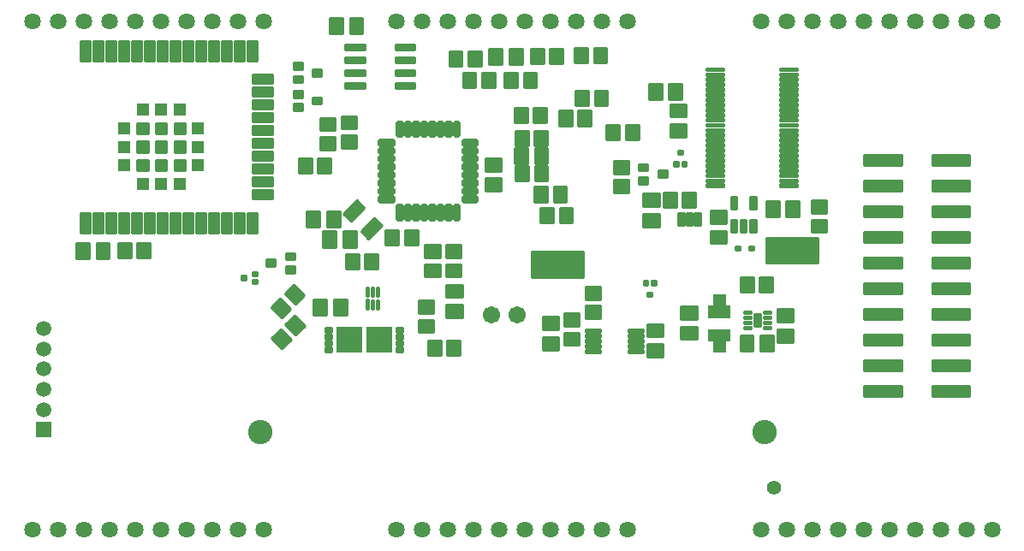
<source format=gbr>
G04 EAGLE Gerber RS-274X export*
G75*
%MOMM*%
%FSLAX34Y34*%
%LPD*%
%INSoldermask Top*%
%IPPOS*%
%AMOC8*
5,1,8,0,0,1.08239X$1,22.5*%
G01*
%ADD10C,2.408200*%
%ADD11C,1.393200*%
%ADD12C,0.255544*%
%ADD13C,0.253344*%
%ADD14C,1.511200*%
%ADD15R,1.511200X1.511200*%
%ADD16C,0.252894*%
%ADD17C,0.254747*%
%ADD18C,0.254800*%
%ADD19C,1.703200*%
%ADD20C,0.255750*%
%ADD21C,0.479381*%
%ADD22C,0.257809*%
%ADD23C,0.253734*%
%ADD24C,0.260638*%
%ADD25R,1.311200X1.311200*%
%ADD26C,0.257297*%
%ADD27C,0.255525*%
%ADD28R,2.510000X2.650000*%
%ADD29C,0.250950*%
%ADD30C,1.629600*%
%ADD31C,0.246888*%
%ADD32C,0.253763*%
%ADD33C,0.445200*%
%ADD34C,0.252672*%
%ADD35C,0.251459*%
%ADD36C,0.259078*%

G36*
X716017Y232917D02*
X716017Y232917D01*
X716012Y232924D01*
X716019Y232930D01*
X716019Y244930D01*
X715983Y244977D01*
X715976Y244972D01*
X715970Y244979D01*
X711019Y244979D01*
X711019Y255930D01*
X710983Y255977D01*
X710976Y255972D01*
X710970Y255979D01*
X698970Y255979D01*
X698923Y255943D01*
X698928Y255936D01*
X698921Y255930D01*
X698921Y244979D01*
X693970Y244979D01*
X693923Y244943D01*
X693928Y244936D01*
X693921Y244930D01*
X693921Y232930D01*
X693957Y232883D01*
X693964Y232888D01*
X693970Y232881D01*
X715970Y232881D01*
X716017Y232917D01*
G37*
G36*
X711017Y198917D02*
X711017Y198917D01*
X711012Y198924D01*
X711019Y198930D01*
X711019Y209881D01*
X715970Y209881D01*
X716017Y209917D01*
X716012Y209924D01*
X716019Y209930D01*
X716019Y221930D01*
X715983Y221977D01*
X715976Y221972D01*
X715970Y221979D01*
X693970Y221979D01*
X693923Y221943D01*
X693928Y221936D01*
X693921Y221930D01*
X693921Y209930D01*
X693957Y209883D01*
X693964Y209888D01*
X693970Y209881D01*
X698921Y209881D01*
X698921Y198930D01*
X698957Y198883D01*
X698964Y198888D01*
X698970Y198881D01*
X710970Y198881D01*
X711017Y198917D01*
G37*
D10*
X749550Y120000D03*
X250450Y120000D03*
D11*
X758450Y65400D03*
D12*
X629531Y343531D02*
X629531Y356009D01*
X645009Y356009D01*
X645009Y343531D01*
X629531Y343531D01*
X629531Y345958D02*
X645009Y345958D01*
X645009Y348385D02*
X629531Y348385D01*
X629531Y350812D02*
X645009Y350812D01*
X645009Y353239D02*
X629531Y353239D01*
X629531Y355666D02*
X645009Y355666D01*
X629531Y336009D02*
X629531Y323531D01*
X629531Y336009D02*
X645009Y336009D01*
X645009Y323531D01*
X629531Y323531D01*
X629531Y325958D02*
X645009Y325958D01*
X645009Y328385D02*
X629531Y328385D01*
X629531Y330812D02*
X645009Y330812D01*
X645009Y333239D02*
X629531Y333239D01*
X629531Y335666D02*
X645009Y335666D01*
X750991Y333411D02*
X763469Y333411D01*
X750991Y333411D02*
X750991Y348889D01*
X763469Y348889D01*
X763469Y333411D01*
X763469Y335838D02*
X750991Y335838D01*
X750991Y338265D02*
X763469Y338265D01*
X763469Y340692D02*
X750991Y340692D01*
X750991Y343119D02*
X763469Y343119D01*
X763469Y345546D02*
X750991Y345546D01*
X750991Y347973D02*
X763469Y347973D01*
X770991Y333411D02*
X783469Y333411D01*
X770991Y333411D02*
X770991Y348889D01*
X783469Y348889D01*
X783469Y333411D01*
X783469Y335838D02*
X770991Y335838D01*
X770991Y338265D02*
X783469Y338265D01*
X783469Y340692D02*
X770991Y340692D01*
X770991Y343119D02*
X783469Y343119D01*
X783469Y345546D02*
X770991Y345546D01*
X770991Y347973D02*
X783469Y347973D01*
X545519Y214099D02*
X545519Y201621D01*
X530041Y201621D01*
X530041Y214099D01*
X545519Y214099D01*
X545519Y204048D02*
X530041Y204048D01*
X530041Y206475D02*
X545519Y206475D01*
X545519Y208902D02*
X530041Y208902D01*
X530041Y211329D02*
X545519Y211329D01*
X545519Y213756D02*
X530041Y213756D01*
X545519Y221621D02*
X545519Y234099D01*
X545519Y221621D02*
X530041Y221621D01*
X530041Y234099D01*
X545519Y234099D01*
X545519Y224048D02*
X530041Y224048D01*
X530041Y226475D02*
X545519Y226475D01*
X545519Y228902D02*
X530041Y228902D01*
X530041Y231329D02*
X545519Y231329D01*
X545519Y233756D02*
X530041Y233756D01*
X655021Y464609D02*
X667499Y464609D01*
X667499Y449131D01*
X655021Y449131D01*
X655021Y464609D01*
X655021Y451558D02*
X667499Y451558D01*
X667499Y453985D02*
X655021Y453985D01*
X655021Y456412D02*
X667499Y456412D01*
X667499Y458839D02*
X655021Y458839D01*
X655021Y461266D02*
X667499Y461266D01*
X667499Y463693D02*
X655021Y463693D01*
X647499Y464609D02*
X635021Y464609D01*
X647499Y464609D02*
X647499Y449131D01*
X635021Y449131D01*
X635021Y464609D01*
X635021Y451558D02*
X647499Y451558D01*
X647499Y453985D02*
X635021Y453985D01*
X635021Y456412D02*
X647499Y456412D01*
X647499Y458839D02*
X635021Y458839D01*
X635021Y461266D02*
X647499Y461266D01*
X647499Y463693D02*
X635021Y463693D01*
X656481Y444659D02*
X656481Y432181D01*
X656481Y444659D02*
X671959Y444659D01*
X671959Y432181D01*
X656481Y432181D01*
X656481Y434608D02*
X671959Y434608D01*
X671959Y437035D02*
X656481Y437035D01*
X656481Y439462D02*
X671959Y439462D01*
X671959Y441889D02*
X656481Y441889D01*
X656481Y444316D02*
X671959Y444316D01*
X656481Y424659D02*
X656481Y412181D01*
X656481Y424659D02*
X671959Y424659D01*
X671959Y412181D01*
X656481Y412181D01*
X656481Y414608D02*
X671959Y414608D01*
X671959Y417035D02*
X656481Y417035D01*
X656481Y419462D02*
X671959Y419462D01*
X671959Y421889D02*
X656481Y421889D01*
X656481Y424316D02*
X671959Y424316D01*
X336119Y251289D02*
X323641Y251289D01*
X336119Y251289D02*
X336119Y235811D01*
X323641Y235811D01*
X323641Y251289D01*
X323641Y238238D02*
X336119Y238238D01*
X336119Y240665D02*
X323641Y240665D01*
X323641Y243092D02*
X336119Y243092D01*
X336119Y245519D02*
X323641Y245519D01*
X323641Y247946D02*
X336119Y247946D01*
X336119Y250373D02*
X323641Y250373D01*
X316119Y251289D02*
X303641Y251289D01*
X316119Y251289D02*
X316119Y235811D01*
X303641Y235811D01*
X303641Y251289D01*
X303641Y238238D02*
X316119Y238238D01*
X316119Y240665D02*
X303641Y240665D01*
X303641Y243092D02*
X316119Y243092D01*
X316119Y245519D02*
X303641Y245519D01*
X303641Y247946D02*
X316119Y247946D01*
X316119Y250373D02*
X303641Y250373D01*
X434771Y253521D02*
X434771Y265999D01*
X450249Y265999D01*
X450249Y253521D01*
X434771Y253521D01*
X434771Y255948D02*
X450249Y255948D01*
X450249Y258375D02*
X434771Y258375D01*
X434771Y260802D02*
X450249Y260802D01*
X450249Y263229D02*
X434771Y263229D01*
X434771Y265656D02*
X450249Y265656D01*
X434771Y245999D02*
X434771Y233521D01*
X434771Y245999D02*
X450249Y245999D01*
X450249Y233521D01*
X434771Y233521D01*
X434771Y235948D02*
X450249Y235948D01*
X450249Y238375D02*
X434771Y238375D01*
X434771Y240802D02*
X450249Y240802D01*
X450249Y243229D02*
X434771Y243229D01*
X434771Y245656D02*
X450249Y245656D01*
X725571Y200441D02*
X738049Y200441D01*
X725571Y200441D02*
X725571Y215919D01*
X738049Y215919D01*
X738049Y200441D01*
X738049Y202868D02*
X725571Y202868D01*
X725571Y205295D02*
X738049Y205295D01*
X738049Y207722D02*
X725571Y207722D01*
X725571Y210149D02*
X738049Y210149D01*
X738049Y212576D02*
X725571Y212576D01*
X725571Y215003D02*
X738049Y215003D01*
X745571Y200441D02*
X758049Y200441D01*
X745571Y200441D02*
X745571Y215919D01*
X758049Y215919D01*
X758049Y200441D01*
X758049Y202868D02*
X745571Y202868D01*
X745571Y205295D02*
X758049Y205295D01*
X758049Y207722D02*
X745571Y207722D01*
X745571Y210149D02*
X758049Y210149D01*
X758049Y212576D02*
X745571Y212576D01*
X745571Y215003D02*
X758049Y215003D01*
X489769Y483821D02*
X477291Y483821D01*
X477291Y499299D01*
X489769Y499299D01*
X489769Y483821D01*
X489769Y486248D02*
X477291Y486248D01*
X477291Y488675D02*
X489769Y488675D01*
X489769Y491102D02*
X477291Y491102D01*
X477291Y493529D02*
X489769Y493529D01*
X489769Y495956D02*
X477291Y495956D01*
X477291Y498383D02*
X489769Y498383D01*
X497291Y483821D02*
X509769Y483821D01*
X497291Y483821D02*
X497291Y499299D01*
X509769Y499299D01*
X509769Y483821D01*
X509769Y486248D02*
X497291Y486248D01*
X497291Y488675D02*
X509769Y488675D01*
X509769Y491102D02*
X497291Y491102D01*
X497291Y493529D02*
X509769Y493529D01*
X509769Y495956D02*
X497291Y495956D01*
X497291Y498383D02*
X509769Y498383D01*
X522221Y401359D02*
X534699Y401359D01*
X534699Y385881D01*
X522221Y385881D01*
X522221Y401359D01*
X522221Y388308D02*
X534699Y388308D01*
X534699Y390735D02*
X522221Y390735D01*
X522221Y393162D02*
X534699Y393162D01*
X534699Y395589D02*
X522221Y395589D01*
X522221Y398016D02*
X534699Y398016D01*
X534699Y400443D02*
X522221Y400443D01*
X514699Y401359D02*
X502221Y401359D01*
X514699Y401359D02*
X514699Y385881D01*
X502221Y385881D01*
X502221Y401359D01*
X502221Y388308D02*
X514699Y388308D01*
X514699Y390735D02*
X502221Y390735D01*
X502221Y393162D02*
X514699Y393162D01*
X514699Y395589D02*
X502221Y395589D01*
X502221Y398016D02*
X514699Y398016D01*
X514699Y400443D02*
X502221Y400443D01*
X648579Y207089D02*
X648579Y194611D01*
X633101Y194611D01*
X633101Y207089D01*
X648579Y207089D01*
X648579Y197038D02*
X633101Y197038D01*
X633101Y199465D02*
X648579Y199465D01*
X648579Y201892D02*
X633101Y201892D01*
X633101Y204319D02*
X648579Y204319D01*
X648579Y206746D02*
X633101Y206746D01*
X648579Y214611D02*
X648579Y227089D01*
X648579Y214611D02*
X633101Y214611D01*
X633101Y227089D01*
X648579Y227089D01*
X648579Y217038D02*
X633101Y217038D01*
X633101Y219465D02*
X648579Y219465D01*
X648579Y221892D02*
X633101Y221892D01*
X633101Y224319D02*
X648579Y224319D01*
X648579Y226746D02*
X633101Y226746D01*
X761911Y229261D02*
X761911Y241739D01*
X777389Y241739D01*
X777389Y229261D01*
X761911Y229261D01*
X761911Y231688D02*
X777389Y231688D01*
X777389Y234115D02*
X761911Y234115D01*
X761911Y236542D02*
X777389Y236542D01*
X777389Y238969D02*
X761911Y238969D01*
X761911Y241396D02*
X777389Y241396D01*
X761911Y221739D02*
X761911Y209261D01*
X761911Y221739D02*
X777389Y221739D01*
X777389Y209261D01*
X761911Y209261D01*
X761911Y211688D02*
X777389Y211688D01*
X777389Y214115D02*
X761911Y214115D01*
X761911Y216542D02*
X777389Y216542D01*
X777389Y218969D02*
X761911Y218969D01*
X761911Y221396D02*
X777389Y221396D01*
X101289Y307359D02*
X88811Y307359D01*
X101289Y307359D02*
X101289Y291881D01*
X88811Y291881D01*
X88811Y307359D01*
X88811Y294308D02*
X101289Y294308D01*
X101289Y296735D02*
X88811Y296735D01*
X88811Y299162D02*
X101289Y299162D01*
X101289Y301589D02*
X88811Y301589D01*
X88811Y304016D02*
X101289Y304016D01*
X101289Y306443D02*
X88811Y306443D01*
X81289Y307359D02*
X68811Y307359D01*
X81289Y307359D02*
X81289Y291881D01*
X68811Y291881D01*
X68811Y307359D01*
X68811Y294308D02*
X81289Y294308D01*
X81289Y296735D02*
X68811Y296735D01*
X68811Y299162D02*
X81289Y299162D01*
X81289Y301589D02*
X68811Y301589D01*
X68811Y304016D02*
X81289Y304016D01*
X81289Y306443D02*
X68811Y306443D01*
X339311Y529939D02*
X351789Y529939D01*
X351789Y514461D01*
X339311Y514461D01*
X339311Y529939D01*
X339311Y516888D02*
X351789Y516888D01*
X351789Y519315D02*
X339311Y519315D01*
X339311Y521742D02*
X351789Y521742D01*
X351789Y524169D02*
X339311Y524169D01*
X339311Y526596D02*
X351789Y526596D01*
X351789Y529023D02*
X339311Y529023D01*
X331789Y529939D02*
X319311Y529939D01*
X331789Y529939D02*
X331789Y514461D01*
X319311Y514461D01*
X319311Y529939D01*
X319311Y516888D02*
X331789Y516888D01*
X331789Y519315D02*
X319311Y519315D01*
X319311Y521742D02*
X331789Y521742D01*
X331789Y524169D02*
X319311Y524169D01*
X319311Y526596D02*
X331789Y526596D01*
X331789Y529023D02*
X319311Y529023D01*
X488819Y371149D02*
X488819Y358671D01*
X473341Y358671D01*
X473341Y371149D01*
X488819Y371149D01*
X488819Y361098D02*
X473341Y361098D01*
X473341Y363525D02*
X488819Y363525D01*
X488819Y365952D02*
X473341Y365952D01*
X473341Y368379D02*
X488819Y368379D01*
X488819Y370806D02*
X473341Y370806D01*
X488819Y378671D02*
X488819Y391149D01*
X488819Y378671D02*
X473341Y378671D01*
X473341Y391149D01*
X488819Y391149D01*
X488819Y381098D02*
X473341Y381098D01*
X473341Y383525D02*
X488819Y383525D01*
X488819Y385952D02*
X473341Y385952D01*
X473341Y388379D02*
X488819Y388379D01*
X488819Y390806D02*
X473341Y390806D01*
X711329Y319269D02*
X711329Y306791D01*
X695851Y306791D01*
X695851Y319269D01*
X711329Y319269D01*
X711329Y309218D02*
X695851Y309218D01*
X695851Y311645D02*
X711329Y311645D01*
X711329Y314072D02*
X695851Y314072D01*
X695851Y316499D02*
X711329Y316499D01*
X711329Y318926D02*
X695851Y318926D01*
X711329Y326791D02*
X711329Y339269D01*
X711329Y326791D02*
X695851Y326791D01*
X695851Y339269D01*
X711329Y339269D01*
X711329Y329218D02*
X695851Y329218D01*
X695851Y331645D02*
X711329Y331645D01*
X711329Y334072D02*
X695851Y334072D01*
X695851Y336499D02*
X711329Y336499D01*
X711329Y338926D02*
X695851Y338926D01*
D13*
X720890Y300500D02*
X725190Y300500D01*
X720890Y300500D02*
X720890Y304000D01*
X725190Y304000D01*
X725190Y300500D01*
X725190Y302906D02*
X720890Y302906D01*
X734090Y300500D02*
X738390Y300500D01*
X734090Y300500D02*
X734090Y304000D01*
X738390Y304000D01*
X738390Y300500D01*
X738390Y302906D02*
X734090Y302906D01*
D14*
X36300Y142400D03*
X36300Y162400D03*
X36300Y182400D03*
X36300Y202400D03*
X36300Y222400D03*
D15*
X36300Y122400D03*
D16*
X311332Y472548D02*
X311332Y479052D01*
X311332Y472548D02*
X302828Y472548D01*
X302828Y479052D01*
X311332Y479052D01*
X311332Y474951D02*
X302828Y474951D01*
X302828Y477354D02*
X311332Y477354D01*
X292332Y472552D02*
X292332Y466048D01*
X283828Y466048D01*
X283828Y472552D01*
X292332Y472552D01*
X292332Y468451D02*
X283828Y468451D01*
X283828Y470854D02*
X292332Y470854D01*
X292332Y479048D02*
X292332Y485552D01*
X292332Y479048D02*
X283828Y479048D01*
X283828Y485552D01*
X292332Y485552D01*
X292332Y481451D02*
X283828Y481451D01*
X283828Y483854D02*
X292332Y483854D01*
X311332Y451422D02*
X311332Y444918D01*
X302828Y444918D01*
X302828Y451422D01*
X311332Y451422D01*
X311332Y447321D02*
X302828Y447321D01*
X302828Y449724D02*
X311332Y449724D01*
X292332Y444922D02*
X292332Y438418D01*
X283828Y438418D01*
X283828Y444922D01*
X292332Y444922D01*
X292332Y440821D02*
X283828Y440821D01*
X283828Y443224D02*
X292332Y443224D01*
X292332Y451418D02*
X292332Y457922D01*
X292332Y451418D02*
X283828Y451418D01*
X283828Y457922D01*
X292332Y457922D01*
X292332Y453821D02*
X283828Y453821D01*
X283828Y456224D02*
X292332Y456224D01*
D13*
X638130Y269820D02*
X641630Y269820D01*
X641630Y265820D01*
X638130Y265820D01*
X638130Y269820D01*
X638130Y268226D02*
X641630Y268226D01*
X633630Y269820D02*
X630130Y269820D01*
X633630Y269820D02*
X633630Y265820D01*
X630130Y265820D01*
X630130Y269820D01*
X630130Y268226D02*
X633630Y268226D01*
D17*
X633637Y258313D02*
X638123Y258313D01*
X638123Y254327D01*
X633637Y254327D01*
X633637Y258313D01*
X633637Y256747D02*
X638123Y256747D01*
D13*
X660100Y383370D02*
X663600Y383370D01*
X660100Y383370D02*
X660100Y387370D01*
X663600Y387370D01*
X663600Y383370D01*
X663600Y385776D02*
X660100Y385776D01*
X668100Y383370D02*
X671600Y383370D01*
X668100Y383370D02*
X668100Y387370D01*
X671600Y387370D01*
X671600Y383370D01*
X671600Y385776D02*
X668100Y385776D01*
D17*
X668093Y394877D02*
X663607Y394877D01*
X663607Y398863D01*
X668093Y398863D01*
X668093Y394877D01*
X668093Y397297D02*
X663607Y397297D01*
D13*
X247530Y270510D02*
X247530Y267010D01*
X243530Y267010D01*
X243530Y270510D01*
X247530Y270510D01*
X247530Y269416D02*
X243530Y269416D01*
X247530Y275010D02*
X247530Y278510D01*
X247530Y275010D02*
X243530Y275010D01*
X243530Y278510D01*
X247530Y278510D01*
X247530Y277416D02*
X243530Y277416D01*
D17*
X236023Y275003D02*
X236023Y270517D01*
X232037Y270517D01*
X232037Y275003D01*
X236023Y275003D01*
X236023Y272937D02*
X232037Y272937D01*
D16*
X256828Y284368D02*
X256828Y290872D01*
X265332Y290872D01*
X265332Y284368D01*
X256828Y284368D01*
X256828Y286771D02*
X265332Y286771D01*
X265332Y289174D02*
X256828Y289174D01*
X275828Y290868D02*
X275828Y297372D01*
X284332Y297372D01*
X284332Y290868D01*
X275828Y290868D01*
X275828Y293271D02*
X284332Y293271D01*
X284332Y295674D02*
X275828Y295674D01*
X275828Y284372D02*
X275828Y277868D01*
X275828Y284372D02*
X284332Y284372D01*
X284332Y277868D01*
X275828Y277868D01*
X275828Y280271D02*
X284332Y280271D01*
X284332Y282674D02*
X275828Y282674D01*
X652672Y372298D02*
X652672Y378802D01*
X652672Y372298D02*
X644168Y372298D01*
X644168Y378802D01*
X652672Y378802D01*
X652672Y374701D02*
X644168Y374701D01*
X644168Y377104D02*
X652672Y377104D01*
X633672Y372302D02*
X633672Y365798D01*
X625168Y365798D01*
X625168Y372302D01*
X633672Y372302D01*
X633672Y368201D02*
X625168Y368201D01*
X625168Y370604D02*
X633672Y370604D01*
X633672Y378798D02*
X633672Y385302D01*
X633672Y378798D02*
X625168Y378798D01*
X625168Y385302D01*
X633672Y385302D01*
X633672Y381201D02*
X625168Y381201D01*
X625168Y383604D02*
X633672Y383604D01*
D12*
X534609Y418299D02*
X522131Y418299D01*
X534609Y418299D02*
X534609Y403821D01*
X522131Y403821D01*
X522131Y418299D01*
X522131Y406248D02*
X534609Y406248D01*
X534609Y408675D02*
X522131Y408675D01*
X522131Y411102D02*
X534609Y411102D01*
X534609Y413529D02*
X522131Y413529D01*
X522131Y415956D02*
X534609Y415956D01*
X515609Y418299D02*
X503131Y418299D01*
X515609Y418299D02*
X515609Y403821D01*
X503131Y403821D01*
X503131Y418299D01*
X503131Y406248D02*
X515609Y406248D01*
X515609Y408675D02*
X503131Y408675D01*
X503131Y411102D02*
X515609Y411102D01*
X515609Y413529D02*
X503131Y413529D01*
X503131Y415956D02*
X515609Y415956D01*
X744631Y273479D02*
X757109Y273479D01*
X757109Y259001D01*
X744631Y259001D01*
X744631Y273479D01*
X744631Y261428D02*
X757109Y261428D01*
X757109Y263855D02*
X744631Y263855D01*
X744631Y266282D02*
X757109Y266282D01*
X757109Y268709D02*
X744631Y268709D01*
X744631Y271136D02*
X757109Y271136D01*
X738109Y273479D02*
X725631Y273479D01*
X738109Y273479D02*
X738109Y259001D01*
X725631Y259001D01*
X725631Y273479D01*
X725631Y261428D02*
X738109Y261428D01*
X738109Y263855D02*
X725631Y263855D01*
X725631Y266282D02*
X738109Y266282D01*
X738109Y268709D02*
X725631Y268709D01*
X725631Y271136D02*
X738109Y271136D01*
X680989Y357289D02*
X668511Y357289D01*
X680989Y357289D02*
X680989Y342811D01*
X668511Y342811D01*
X668511Y357289D01*
X668511Y345238D02*
X680989Y345238D01*
X680989Y347665D02*
X668511Y347665D01*
X668511Y350092D02*
X680989Y350092D01*
X680989Y352519D02*
X668511Y352519D01*
X668511Y354946D02*
X680989Y354946D01*
X661989Y357289D02*
X649511Y357289D01*
X661989Y357289D02*
X661989Y342811D01*
X649511Y342811D01*
X649511Y357289D01*
X649511Y345238D02*
X661989Y345238D01*
X661989Y347665D02*
X649511Y347665D01*
X649511Y350092D02*
X661989Y350092D01*
X661989Y352519D02*
X649511Y352519D01*
X649511Y354946D02*
X661989Y354946D01*
X600411Y376081D02*
X600411Y388559D01*
X614889Y388559D01*
X614889Y376081D01*
X600411Y376081D01*
X600411Y378508D02*
X614889Y378508D01*
X614889Y380935D02*
X600411Y380935D01*
X600411Y383362D02*
X614889Y383362D01*
X614889Y385789D02*
X600411Y385789D01*
X600411Y388216D02*
X614889Y388216D01*
X600411Y369559D02*
X600411Y357081D01*
X600411Y369559D02*
X614889Y369559D01*
X614889Y357081D01*
X600411Y357081D01*
X600411Y359508D02*
X614889Y359508D01*
X614889Y361935D02*
X600411Y361935D01*
X600411Y364362D02*
X614889Y364362D01*
X614889Y366789D02*
X600411Y366789D01*
X600411Y369216D02*
X614889Y369216D01*
X612261Y424409D02*
X624739Y424409D01*
X624739Y409931D01*
X612261Y409931D01*
X612261Y424409D01*
X612261Y412358D02*
X624739Y412358D01*
X624739Y414785D02*
X612261Y414785D01*
X612261Y417212D02*
X624739Y417212D01*
X624739Y419639D02*
X612261Y419639D01*
X612261Y422066D02*
X624739Y422066D01*
X605739Y424409D02*
X593261Y424409D01*
X605739Y424409D02*
X605739Y409931D01*
X593261Y409931D01*
X593261Y424409D01*
X593261Y412358D02*
X605739Y412358D01*
X605739Y414785D02*
X593261Y414785D01*
X593261Y417212D02*
X605739Y417212D01*
X605739Y419639D02*
X593261Y419639D01*
X593261Y422066D02*
X605739Y422066D01*
X594029Y458189D02*
X581551Y458189D01*
X594029Y458189D02*
X594029Y443711D01*
X581551Y443711D01*
X581551Y458189D01*
X581551Y446138D02*
X594029Y446138D01*
X594029Y448565D02*
X581551Y448565D01*
X581551Y450992D02*
X594029Y450992D01*
X594029Y453419D02*
X581551Y453419D01*
X581551Y455846D02*
X594029Y455846D01*
X575029Y458189D02*
X562551Y458189D01*
X575029Y458189D02*
X575029Y443711D01*
X562551Y443711D01*
X562551Y458189D01*
X562551Y446138D02*
X575029Y446138D01*
X575029Y448565D02*
X562551Y448565D01*
X562551Y450992D02*
X575029Y450992D01*
X575029Y453419D02*
X562551Y453419D01*
X562551Y455846D02*
X575029Y455846D01*
X523739Y475899D02*
X511261Y475899D01*
X523739Y475899D02*
X523739Y461421D01*
X511261Y461421D01*
X511261Y475899D01*
X511261Y463848D02*
X523739Y463848D01*
X523739Y466275D02*
X511261Y466275D01*
X511261Y468702D02*
X523739Y468702D01*
X523739Y471129D02*
X511261Y471129D01*
X511261Y473556D02*
X523739Y473556D01*
X504739Y475899D02*
X492261Y475899D01*
X504739Y475899D02*
X504739Y461421D01*
X492261Y461421D01*
X492261Y475899D01*
X492261Y463848D02*
X504739Y463848D01*
X504739Y466275D02*
X492261Y466275D01*
X492261Y468702D02*
X504739Y468702D01*
X504739Y471129D02*
X492261Y471129D01*
X492261Y473556D02*
X504739Y473556D01*
X522251Y383139D02*
X534729Y383139D01*
X534729Y368661D01*
X522251Y368661D01*
X522251Y383139D01*
X522251Y371088D02*
X534729Y371088D01*
X534729Y373515D02*
X522251Y373515D01*
X522251Y375942D02*
X534729Y375942D01*
X534729Y378369D02*
X522251Y378369D01*
X522251Y380796D02*
X534729Y380796D01*
X515729Y383139D02*
X503251Y383139D01*
X515729Y383139D02*
X515729Y368661D01*
X503251Y368661D01*
X503251Y383139D01*
X503251Y371088D02*
X515729Y371088D01*
X515729Y373515D02*
X503251Y373515D01*
X503251Y375942D02*
X515729Y375942D01*
X515729Y378369D02*
X503251Y378369D01*
X503251Y380796D02*
X515729Y380796D01*
X541001Y362639D02*
X553479Y362639D01*
X553479Y348161D01*
X541001Y348161D01*
X541001Y362639D01*
X541001Y350588D02*
X553479Y350588D01*
X553479Y353015D02*
X541001Y353015D01*
X541001Y355442D02*
X553479Y355442D01*
X553479Y357869D02*
X541001Y357869D01*
X541001Y360296D02*
X553479Y360296D01*
X534479Y362639D02*
X522001Y362639D01*
X534479Y362639D02*
X534479Y348161D01*
X522001Y348161D01*
X522001Y362639D01*
X522001Y350588D02*
X534479Y350588D01*
X534479Y353015D02*
X522001Y353015D01*
X522001Y355442D02*
X534479Y355442D01*
X534479Y357869D02*
X522001Y357869D01*
X522001Y360296D02*
X534479Y360296D01*
X530749Y484861D02*
X518271Y484861D01*
X518271Y499339D01*
X530749Y499339D01*
X530749Y484861D01*
X530749Y487288D02*
X518271Y487288D01*
X518271Y489715D02*
X530749Y489715D01*
X530749Y492142D02*
X518271Y492142D01*
X518271Y494569D02*
X530749Y494569D01*
X530749Y496996D02*
X518271Y496996D01*
X537271Y484861D02*
X549749Y484861D01*
X537271Y484861D02*
X537271Y499339D01*
X549749Y499339D01*
X549749Y484861D01*
X549749Y487288D02*
X537271Y487288D01*
X537271Y489715D02*
X549749Y489715D01*
X549749Y492142D02*
X537271Y492142D01*
X537271Y494569D02*
X549749Y494569D01*
X549749Y496996D02*
X537271Y496996D01*
X580801Y500059D02*
X593279Y500059D01*
X593279Y485581D01*
X580801Y485581D01*
X580801Y500059D01*
X580801Y488008D02*
X593279Y488008D01*
X593279Y490435D02*
X580801Y490435D01*
X580801Y492862D02*
X593279Y492862D01*
X593279Y495289D02*
X580801Y495289D01*
X580801Y497716D02*
X593279Y497716D01*
X574279Y500059D02*
X561801Y500059D01*
X574279Y500059D02*
X574279Y485581D01*
X561801Y485581D01*
X561801Y500059D01*
X561801Y488008D02*
X574279Y488008D01*
X574279Y490435D02*
X561801Y490435D01*
X561801Y492862D02*
X574279Y492862D01*
X574279Y495289D02*
X561801Y495289D01*
X561801Y497716D02*
X574279Y497716D01*
X429089Y195921D02*
X416611Y195921D01*
X416611Y210399D01*
X429089Y210399D01*
X429089Y195921D01*
X429089Y198348D02*
X416611Y198348D01*
X416611Y200775D02*
X429089Y200775D01*
X429089Y203202D02*
X416611Y203202D01*
X416611Y205629D02*
X429089Y205629D01*
X429089Y208056D02*
X416611Y208056D01*
X435611Y195921D02*
X448089Y195921D01*
X435611Y195921D02*
X435611Y210399D01*
X448089Y210399D01*
X448089Y195921D01*
X448089Y198348D02*
X435611Y198348D01*
X435611Y200775D02*
X448089Y200775D01*
X448089Y203202D02*
X435611Y203202D01*
X435611Y205629D02*
X448089Y205629D01*
X448089Y208056D02*
X435611Y208056D01*
X421949Y218781D02*
X421949Y231259D01*
X421949Y218781D02*
X407471Y218781D01*
X407471Y231259D01*
X421949Y231259D01*
X421949Y221208D02*
X407471Y221208D01*
X407471Y223635D02*
X421949Y223635D01*
X421949Y226062D02*
X407471Y226062D01*
X407471Y228489D02*
X421949Y228489D01*
X421949Y230916D02*
X407471Y230916D01*
X421949Y237781D02*
X421949Y250259D01*
X421949Y237781D02*
X407471Y237781D01*
X407471Y250259D01*
X421949Y250259D01*
X421949Y240208D02*
X407471Y240208D01*
X407471Y242635D02*
X421949Y242635D01*
X421949Y245062D02*
X407471Y245062D01*
X407471Y247489D02*
X421949Y247489D01*
X421949Y249916D02*
X407471Y249916D01*
X572281Y251561D02*
X572281Y264039D01*
X586759Y264039D01*
X586759Y251561D01*
X572281Y251561D01*
X572281Y253988D02*
X586759Y253988D01*
X586759Y256415D02*
X572281Y256415D01*
X572281Y258842D02*
X586759Y258842D01*
X586759Y261269D02*
X572281Y261269D01*
X572281Y263696D02*
X586759Y263696D01*
X572281Y245039D02*
X572281Y232561D01*
X572281Y245039D02*
X586759Y245039D01*
X586759Y232561D01*
X572281Y232561D01*
X572281Y234988D02*
X586759Y234988D01*
X586759Y237415D02*
X572281Y237415D01*
X572281Y239842D02*
X586759Y239842D01*
X586759Y242269D02*
X572281Y242269D01*
X572281Y244696D02*
X586759Y244696D01*
X551661Y237639D02*
X551661Y225161D01*
X551661Y237639D02*
X566139Y237639D01*
X566139Y225161D01*
X551661Y225161D01*
X551661Y227588D02*
X566139Y227588D01*
X566139Y230015D02*
X551661Y230015D01*
X551661Y232442D02*
X566139Y232442D01*
X566139Y234869D02*
X551661Y234869D01*
X551661Y237296D02*
X566139Y237296D01*
X551661Y218639D02*
X551661Y206161D01*
X551661Y218639D02*
X566139Y218639D01*
X566139Y206161D01*
X551661Y206161D01*
X551661Y208588D02*
X566139Y208588D01*
X566139Y211015D02*
X551661Y211015D01*
X551661Y213442D02*
X566139Y213442D01*
X566139Y215869D02*
X551661Y215869D01*
X551661Y218296D02*
X566139Y218296D01*
X559199Y342159D02*
X546721Y342159D01*
X559199Y342159D02*
X559199Y327681D01*
X546721Y327681D01*
X546721Y342159D01*
X546721Y330108D02*
X559199Y330108D01*
X559199Y332535D02*
X546721Y332535D01*
X546721Y334962D02*
X559199Y334962D01*
X559199Y337389D02*
X546721Y337389D01*
X546721Y339816D02*
X559199Y339816D01*
X540199Y342159D02*
X527721Y342159D01*
X540199Y342159D02*
X540199Y327681D01*
X527721Y327681D01*
X527721Y342159D01*
X527721Y330108D02*
X540199Y330108D01*
X540199Y332535D02*
X527721Y332535D01*
X527721Y334962D02*
X540199Y334962D01*
X540199Y337389D02*
X527721Y337389D01*
X527721Y339816D02*
X540199Y339816D01*
X428219Y286369D02*
X428219Y273891D01*
X413741Y273891D01*
X413741Y286369D01*
X428219Y286369D01*
X428219Y276318D02*
X413741Y276318D01*
X413741Y278745D02*
X428219Y278745D01*
X428219Y281172D02*
X413741Y281172D01*
X413741Y283599D02*
X428219Y283599D01*
X428219Y286026D02*
X413741Y286026D01*
X428219Y292891D02*
X428219Y305369D01*
X428219Y292891D02*
X413741Y292891D01*
X413741Y305369D01*
X428219Y305369D01*
X428219Y295318D02*
X413741Y295318D01*
X413741Y297745D02*
X428219Y297745D01*
X428219Y300172D02*
X413741Y300172D01*
X413741Y302599D02*
X428219Y302599D01*
X428219Y305026D02*
X413741Y305026D01*
X434761Y305359D02*
X434761Y292881D01*
X434761Y305359D02*
X449239Y305359D01*
X449239Y292881D01*
X434761Y292881D01*
X434761Y295308D02*
X449239Y295308D01*
X449239Y297735D02*
X434761Y297735D01*
X434761Y300162D02*
X449239Y300162D01*
X449239Y302589D02*
X434761Y302589D01*
X434761Y305016D02*
X449239Y305016D01*
X434761Y286359D02*
X434761Y273881D01*
X434761Y286359D02*
X449239Y286359D01*
X449239Y273881D01*
X434761Y273881D01*
X434761Y276308D02*
X449239Y276308D01*
X449239Y278735D02*
X434761Y278735D01*
X434761Y281162D02*
X449239Y281162D01*
X449239Y283589D02*
X434761Y283589D01*
X434761Y286016D02*
X449239Y286016D01*
X387229Y305571D02*
X374751Y305571D01*
X374751Y320049D01*
X387229Y320049D01*
X387229Y305571D01*
X387229Y307998D02*
X374751Y307998D01*
X374751Y310425D02*
X387229Y310425D01*
X387229Y312852D02*
X374751Y312852D01*
X374751Y315279D02*
X387229Y315279D01*
X387229Y317706D02*
X374751Y317706D01*
X393751Y305571D02*
X406229Y305571D01*
X393751Y305571D02*
X393751Y320049D01*
X406229Y320049D01*
X406229Y305571D01*
X406229Y307998D02*
X393751Y307998D01*
X393751Y310425D02*
X406229Y310425D01*
X406229Y312852D02*
X393751Y312852D01*
X393751Y315279D02*
X406229Y315279D01*
X406229Y317706D02*
X393751Y317706D01*
X565291Y437979D02*
X577769Y437979D01*
X577769Y423501D01*
X565291Y423501D01*
X565291Y437979D01*
X565291Y425928D02*
X577769Y425928D01*
X577769Y428355D02*
X565291Y428355D01*
X565291Y430782D02*
X577769Y430782D01*
X577769Y433209D02*
X565291Y433209D01*
X565291Y435636D02*
X577769Y435636D01*
X558769Y437979D02*
X546291Y437979D01*
X558769Y437979D02*
X558769Y423501D01*
X546291Y423501D01*
X546291Y437979D01*
X546291Y425928D02*
X558769Y425928D01*
X558769Y428355D02*
X546291Y428355D01*
X546291Y430782D02*
X558769Y430782D01*
X558769Y433209D02*
X546291Y433209D01*
X546291Y435636D02*
X558769Y435636D01*
X533609Y440699D02*
X521131Y440699D01*
X533609Y440699D02*
X533609Y426221D01*
X521131Y426221D01*
X521131Y440699D01*
X521131Y428648D02*
X533609Y428648D01*
X533609Y431075D02*
X521131Y431075D01*
X521131Y433502D02*
X533609Y433502D01*
X533609Y435929D02*
X521131Y435929D01*
X521131Y438356D02*
X533609Y438356D01*
X514609Y440699D02*
X502131Y440699D01*
X514609Y440699D02*
X514609Y426221D01*
X502131Y426221D01*
X502131Y440699D01*
X502131Y428648D02*
X514609Y428648D01*
X514609Y431075D02*
X502131Y431075D01*
X502131Y433502D02*
X514609Y433502D01*
X514609Y435929D02*
X502131Y435929D01*
X502131Y438356D02*
X514609Y438356D01*
X482679Y475849D02*
X470201Y475849D01*
X482679Y475849D02*
X482679Y461371D01*
X470201Y461371D01*
X470201Y475849D01*
X470201Y463798D02*
X482679Y463798D01*
X482679Y466225D02*
X470201Y466225D01*
X470201Y468652D02*
X482679Y468652D01*
X482679Y471079D02*
X470201Y471079D01*
X470201Y473506D02*
X482679Y473506D01*
X463679Y475849D02*
X451201Y475849D01*
X463679Y475849D02*
X463679Y461371D01*
X451201Y461371D01*
X451201Y475849D01*
X451201Y463798D02*
X463679Y463798D01*
X463679Y466225D02*
X451201Y466225D01*
X451201Y468652D02*
X463679Y468652D01*
X463679Y471079D02*
X451201Y471079D01*
X451201Y473506D02*
X463679Y473506D01*
X469039Y497209D02*
X456561Y497209D01*
X469039Y497209D02*
X469039Y482731D01*
X456561Y482731D01*
X456561Y497209D01*
X456561Y485158D02*
X469039Y485158D01*
X469039Y487585D02*
X456561Y487585D01*
X456561Y490012D02*
X469039Y490012D01*
X469039Y492439D02*
X456561Y492439D01*
X456561Y494866D02*
X469039Y494866D01*
X450039Y497209D02*
X437561Y497209D01*
X450039Y497209D02*
X450039Y482731D01*
X437561Y482731D01*
X437561Y497209D01*
X437561Y485158D02*
X450039Y485158D01*
X450039Y487585D02*
X437561Y487585D01*
X437561Y490012D02*
X450039Y490012D01*
X450039Y492439D02*
X437561Y492439D01*
X437561Y494866D02*
X450039Y494866D01*
X310101Y430979D02*
X310101Y418501D01*
X310101Y430979D02*
X324579Y430979D01*
X324579Y418501D01*
X310101Y418501D01*
X310101Y420928D02*
X324579Y420928D01*
X324579Y423355D02*
X310101Y423355D01*
X310101Y425782D02*
X324579Y425782D01*
X324579Y428209D02*
X310101Y428209D01*
X310101Y430636D02*
X324579Y430636D01*
X310101Y411979D02*
X310101Y399501D01*
X310101Y411979D02*
X324579Y411979D01*
X324579Y399501D01*
X310101Y399501D01*
X310101Y401928D02*
X324579Y401928D01*
X324579Y404355D02*
X310101Y404355D01*
X310101Y406782D02*
X324579Y406782D01*
X324579Y409209D02*
X310101Y409209D01*
X310101Y411636D02*
X324579Y411636D01*
X345789Y413729D02*
X345789Y401251D01*
X331311Y401251D01*
X331311Y413729D01*
X345789Y413729D01*
X345789Y403678D02*
X331311Y403678D01*
X331311Y406105D02*
X345789Y406105D01*
X345789Y408532D02*
X331311Y408532D01*
X331311Y410959D02*
X345789Y410959D01*
X345789Y413386D02*
X331311Y413386D01*
X345789Y420251D02*
X345789Y432729D01*
X345789Y420251D02*
X331311Y420251D01*
X331311Y432729D01*
X345789Y432729D01*
X345789Y422678D02*
X331311Y422678D01*
X331311Y425105D02*
X345789Y425105D01*
X345789Y427532D02*
X331311Y427532D01*
X331311Y429959D02*
X345789Y429959D01*
X345789Y432386D02*
X331311Y432386D01*
X795911Y349239D02*
X795911Y336761D01*
X795911Y349239D02*
X810389Y349239D01*
X810389Y336761D01*
X795911Y336761D01*
X795911Y339188D02*
X810389Y339188D01*
X810389Y341615D02*
X795911Y341615D01*
X795911Y344042D02*
X810389Y344042D01*
X810389Y346469D02*
X795911Y346469D01*
X795911Y348896D02*
X810389Y348896D01*
X795911Y330239D02*
X795911Y317761D01*
X795911Y330239D02*
X810389Y330239D01*
X810389Y317761D01*
X795911Y317761D01*
X795911Y320188D02*
X810389Y320188D01*
X810389Y322615D02*
X795911Y322615D01*
X795911Y325042D02*
X810389Y325042D01*
X810389Y327469D02*
X795911Y327469D01*
X795911Y329896D02*
X810389Y329896D01*
D18*
X708448Y477824D02*
X691812Y477824D01*
X691812Y480176D01*
X708448Y480176D01*
X708448Y477824D01*
X708448Y472824D02*
X691812Y472824D01*
X691812Y475176D01*
X708448Y475176D01*
X708448Y472824D01*
X708448Y467824D02*
X691812Y467824D01*
X691812Y470176D01*
X708448Y470176D01*
X708448Y467824D01*
X708448Y462824D02*
X691812Y462824D01*
X691812Y465176D01*
X708448Y465176D01*
X708448Y462824D01*
X708448Y457824D02*
X691812Y457824D01*
X691812Y460176D01*
X708448Y460176D01*
X708448Y457824D01*
X708448Y452824D02*
X691812Y452824D01*
X691812Y455176D01*
X708448Y455176D01*
X708448Y452824D01*
X708448Y447824D02*
X691812Y447824D01*
X691812Y450176D01*
X708448Y450176D01*
X708448Y447824D01*
X708448Y442824D02*
X691812Y442824D01*
X691812Y445176D01*
X708448Y445176D01*
X708448Y442824D01*
X708448Y437824D02*
X691812Y437824D01*
X691812Y440176D01*
X708448Y440176D01*
X708448Y437824D01*
X708448Y432824D02*
X691812Y432824D01*
X691812Y435176D01*
X708448Y435176D01*
X708448Y432824D01*
X708448Y427824D02*
X691812Y427824D01*
X691812Y430176D01*
X708448Y430176D01*
X708448Y427824D01*
X708448Y422824D02*
X691812Y422824D01*
X691812Y425176D01*
X708448Y425176D01*
X708448Y422824D01*
X708448Y417824D02*
X691812Y417824D01*
X691812Y420176D01*
X708448Y420176D01*
X708448Y417824D01*
X708448Y412824D02*
X691812Y412824D01*
X691812Y415176D01*
X708448Y415176D01*
X708448Y412824D01*
X708448Y407824D02*
X691812Y407824D01*
X691812Y410176D01*
X708448Y410176D01*
X708448Y407824D01*
X708448Y402824D02*
X691812Y402824D01*
X691812Y405176D01*
X708448Y405176D01*
X708448Y402824D01*
X708448Y397824D02*
X691812Y397824D01*
X691812Y400176D01*
X708448Y400176D01*
X708448Y397824D01*
X708448Y392824D02*
X691812Y392824D01*
X691812Y395176D01*
X708448Y395176D01*
X708448Y392824D01*
X708448Y387824D02*
X691812Y387824D01*
X691812Y390176D01*
X708448Y390176D01*
X708448Y387824D01*
X708448Y382824D02*
X691812Y382824D01*
X691812Y385176D01*
X708448Y385176D01*
X708448Y382824D01*
X708448Y377824D02*
X691812Y377824D01*
X691812Y380176D01*
X708448Y380176D01*
X708448Y377824D01*
X708448Y372824D02*
X691812Y372824D01*
X691812Y375176D01*
X708448Y375176D01*
X708448Y372824D01*
X708448Y367824D02*
X691812Y367824D01*
X691812Y370176D01*
X708448Y370176D01*
X708448Y367824D01*
X708448Y362824D02*
X691812Y362824D01*
X691812Y365176D01*
X708448Y365176D01*
X708448Y362824D01*
X764812Y362824D02*
X781448Y362824D01*
X764812Y362824D02*
X764812Y365176D01*
X781448Y365176D01*
X781448Y362824D01*
X781448Y367824D02*
X764812Y367824D01*
X764812Y370176D01*
X781448Y370176D01*
X781448Y367824D01*
X781448Y372824D02*
X764812Y372824D01*
X764812Y375176D01*
X781448Y375176D01*
X781448Y372824D01*
X781448Y377824D02*
X764812Y377824D01*
X764812Y380176D01*
X781448Y380176D01*
X781448Y377824D01*
X781448Y382824D02*
X764812Y382824D01*
X764812Y385176D01*
X781448Y385176D01*
X781448Y382824D01*
X781448Y387824D02*
X764812Y387824D01*
X764812Y390176D01*
X781448Y390176D01*
X781448Y387824D01*
X781448Y392824D02*
X764812Y392824D01*
X764812Y395176D01*
X781448Y395176D01*
X781448Y392824D01*
X781448Y397824D02*
X764812Y397824D01*
X764812Y400176D01*
X781448Y400176D01*
X781448Y397824D01*
X781448Y402824D02*
X764812Y402824D01*
X764812Y405176D01*
X781448Y405176D01*
X781448Y402824D01*
X781448Y407824D02*
X764812Y407824D01*
X764812Y410176D01*
X781448Y410176D01*
X781448Y407824D01*
X781448Y412824D02*
X764812Y412824D01*
X764812Y415176D01*
X781448Y415176D01*
X781448Y412824D01*
X781448Y417824D02*
X764812Y417824D01*
X764812Y420176D01*
X781448Y420176D01*
X781448Y417824D01*
X781448Y422824D02*
X764812Y422824D01*
X764812Y425176D01*
X781448Y425176D01*
X781448Y422824D01*
X781448Y427824D02*
X764812Y427824D01*
X764812Y430176D01*
X781448Y430176D01*
X781448Y427824D01*
X781448Y432824D02*
X764812Y432824D01*
X764812Y435176D01*
X781448Y435176D01*
X781448Y432824D01*
X781448Y437824D02*
X764812Y437824D01*
X764812Y440176D01*
X781448Y440176D01*
X781448Y437824D01*
X781448Y442824D02*
X764812Y442824D01*
X764812Y445176D01*
X781448Y445176D01*
X781448Y442824D01*
X781448Y447824D02*
X764812Y447824D01*
X764812Y450176D01*
X781448Y450176D01*
X781448Y447824D01*
X781448Y452824D02*
X764812Y452824D01*
X764812Y455176D01*
X781448Y455176D01*
X781448Y452824D01*
X781448Y457824D02*
X764812Y457824D01*
X764812Y460176D01*
X781448Y460176D01*
X781448Y457824D01*
X781448Y462824D02*
X764812Y462824D01*
X764812Y465176D01*
X781448Y465176D01*
X781448Y462824D01*
X781448Y467824D02*
X764812Y467824D01*
X764812Y470176D01*
X781448Y470176D01*
X781448Y467824D01*
X781448Y472824D02*
X764812Y472824D01*
X764812Y475176D01*
X781448Y475176D01*
X781448Y472824D01*
X781448Y477824D02*
X764812Y477824D01*
X764812Y480176D01*
X781448Y480176D01*
X781448Y477824D01*
D19*
X479760Y235980D03*
X505160Y235980D03*
D20*
X721616Y318152D02*
X721616Y329798D01*
X721616Y318152D02*
X716424Y318152D01*
X716424Y329798D01*
X721616Y329798D01*
X721616Y320582D02*
X716424Y320582D01*
X716424Y323012D02*
X721616Y323012D01*
X721616Y325442D02*
X716424Y325442D01*
X716424Y327872D02*
X721616Y327872D01*
X731116Y329798D02*
X731116Y318152D01*
X725924Y318152D01*
X725924Y329798D01*
X731116Y329798D01*
X731116Y320582D02*
X725924Y320582D01*
X725924Y323012D02*
X731116Y323012D01*
X731116Y325442D02*
X725924Y325442D01*
X725924Y327872D02*
X731116Y327872D01*
X740616Y329798D02*
X740616Y318152D01*
X735424Y318152D01*
X735424Y329798D01*
X740616Y329798D01*
X740616Y320582D02*
X735424Y320582D01*
X735424Y323012D02*
X740616Y323012D01*
X740616Y325442D02*
X735424Y325442D01*
X735424Y327872D02*
X740616Y327872D01*
X740616Y341182D02*
X740616Y352828D01*
X740616Y341182D02*
X735424Y341182D01*
X735424Y352828D01*
X740616Y352828D01*
X740616Y343612D02*
X735424Y343612D01*
X735424Y346042D02*
X740616Y346042D01*
X740616Y348472D02*
X735424Y348472D01*
X735424Y350902D02*
X740616Y350902D01*
X721616Y352828D02*
X721616Y341182D01*
X716424Y341182D01*
X716424Y352828D01*
X721616Y352828D01*
X721616Y343612D02*
X716424Y343612D01*
X716424Y346042D02*
X721616Y346042D01*
X721616Y348472D02*
X716424Y348472D01*
X716424Y350902D02*
X721616Y350902D01*
D21*
X381779Y407869D02*
X369541Y407869D01*
X381779Y407869D02*
X381779Y404931D01*
X369541Y404931D01*
X369541Y407869D01*
X369541Y399869D02*
X381779Y399869D01*
X381779Y396931D01*
X369541Y396931D01*
X369541Y399869D01*
X369541Y391869D02*
X381779Y391869D01*
X381779Y388931D01*
X369541Y388931D01*
X369541Y391869D01*
X369541Y383869D02*
X381779Y383869D01*
X381779Y380931D01*
X369541Y380931D01*
X369541Y383869D01*
X369541Y375869D02*
X381779Y375869D01*
X381779Y372931D01*
X369541Y372931D01*
X369541Y375869D01*
X369541Y367869D02*
X381779Y367869D01*
X381779Y364931D01*
X369541Y364931D01*
X369541Y367869D01*
X369541Y359869D02*
X381779Y359869D01*
X381779Y356931D01*
X369541Y356931D01*
X369541Y359869D01*
X369541Y351869D02*
X381779Y351869D01*
X381779Y348931D01*
X369541Y348931D01*
X369541Y351869D01*
X387491Y343219D02*
X387491Y330981D01*
X387491Y343219D02*
X390429Y343219D01*
X390429Y330981D01*
X387491Y330981D01*
X387491Y335535D02*
X390429Y335535D01*
X390429Y340089D02*
X387491Y340089D01*
X395491Y343219D02*
X395491Y330981D01*
X395491Y343219D02*
X398429Y343219D01*
X398429Y330981D01*
X395491Y330981D01*
X395491Y335535D02*
X398429Y335535D01*
X398429Y340089D02*
X395491Y340089D01*
X403491Y343219D02*
X403491Y330981D01*
X403491Y343219D02*
X406429Y343219D01*
X406429Y330981D01*
X403491Y330981D01*
X403491Y335535D02*
X406429Y335535D01*
X406429Y340089D02*
X403491Y340089D01*
X411491Y343219D02*
X411491Y330981D01*
X411491Y343219D02*
X414429Y343219D01*
X414429Y330981D01*
X411491Y330981D01*
X411491Y335535D02*
X414429Y335535D01*
X414429Y340089D02*
X411491Y340089D01*
X419491Y343219D02*
X419491Y330981D01*
X419491Y343219D02*
X422429Y343219D01*
X422429Y330981D01*
X419491Y330981D01*
X419491Y335535D02*
X422429Y335535D01*
X422429Y340089D02*
X419491Y340089D01*
X427491Y343219D02*
X427491Y330981D01*
X427491Y343219D02*
X430429Y343219D01*
X430429Y330981D01*
X427491Y330981D01*
X427491Y335535D02*
X430429Y335535D01*
X430429Y340089D02*
X427491Y340089D01*
X435491Y343219D02*
X435491Y330981D01*
X435491Y343219D02*
X438429Y343219D01*
X438429Y330981D01*
X435491Y330981D01*
X435491Y335535D02*
X438429Y335535D01*
X438429Y340089D02*
X435491Y340089D01*
X443491Y343219D02*
X443491Y330981D01*
X443491Y343219D02*
X446429Y343219D01*
X446429Y330981D01*
X443491Y330981D01*
X443491Y335535D02*
X446429Y335535D01*
X446429Y340089D02*
X443491Y340089D01*
X452141Y348931D02*
X464379Y348931D01*
X452141Y348931D02*
X452141Y351869D01*
X464379Y351869D01*
X464379Y348931D01*
X464379Y356931D02*
X452141Y356931D01*
X452141Y359869D01*
X464379Y359869D01*
X464379Y356931D01*
X464379Y364931D02*
X452141Y364931D01*
X452141Y367869D01*
X464379Y367869D01*
X464379Y364931D01*
X464379Y372931D02*
X452141Y372931D01*
X452141Y375869D01*
X464379Y375869D01*
X464379Y372931D01*
X464379Y380931D02*
X452141Y380931D01*
X452141Y383869D01*
X464379Y383869D01*
X464379Y380931D01*
X464379Y388931D02*
X452141Y388931D01*
X452141Y391869D01*
X464379Y391869D01*
X464379Y388931D01*
X464379Y396931D02*
X452141Y396931D01*
X452141Y399869D01*
X464379Y399869D01*
X464379Y396931D01*
X464379Y404931D02*
X452141Y404931D01*
X452141Y407869D01*
X464379Y407869D01*
X464379Y404931D01*
X446429Y413581D02*
X446429Y425819D01*
X446429Y413581D02*
X443491Y413581D01*
X443491Y425819D01*
X446429Y425819D01*
X446429Y418135D02*
X443491Y418135D01*
X443491Y422689D02*
X446429Y422689D01*
X438429Y425819D02*
X438429Y413581D01*
X435491Y413581D01*
X435491Y425819D01*
X438429Y425819D01*
X438429Y418135D02*
X435491Y418135D01*
X435491Y422689D02*
X438429Y422689D01*
X430429Y425819D02*
X430429Y413581D01*
X427491Y413581D01*
X427491Y425819D01*
X430429Y425819D01*
X430429Y418135D02*
X427491Y418135D01*
X427491Y422689D02*
X430429Y422689D01*
X422429Y425819D02*
X422429Y413581D01*
X419491Y413581D01*
X419491Y425819D01*
X422429Y425819D01*
X422429Y418135D02*
X419491Y418135D01*
X419491Y422689D02*
X422429Y422689D01*
X414429Y425819D02*
X414429Y413581D01*
X411491Y413581D01*
X411491Y425819D01*
X414429Y425819D01*
X414429Y418135D02*
X411491Y418135D01*
X411491Y422689D02*
X414429Y422689D01*
X406429Y425819D02*
X406429Y413581D01*
X403491Y413581D01*
X403491Y425819D01*
X406429Y425819D01*
X406429Y418135D02*
X403491Y418135D01*
X403491Y422689D02*
X406429Y422689D01*
X398429Y425819D02*
X398429Y413581D01*
X395491Y413581D01*
X395491Y425819D01*
X398429Y425819D01*
X398429Y418135D02*
X395491Y418135D01*
X395491Y422689D02*
X398429Y422689D01*
X390429Y425819D02*
X390429Y413581D01*
X387491Y413581D01*
X387491Y425819D01*
X390429Y425819D01*
X390429Y418135D02*
X387491Y418135D01*
X387491Y422689D02*
X390429Y422689D01*
D22*
X354295Y498756D02*
X335029Y498756D01*
X335029Y503544D01*
X354295Y503544D01*
X354295Y498756D01*
X354295Y501205D02*
X335029Y501205D01*
X335029Y486056D02*
X354295Y486056D01*
X335029Y486056D02*
X335029Y490844D01*
X354295Y490844D01*
X354295Y486056D01*
X354295Y488505D02*
X335029Y488505D01*
X335029Y473356D02*
X354295Y473356D01*
X335029Y473356D02*
X335029Y478144D01*
X354295Y478144D01*
X354295Y473356D01*
X354295Y475805D02*
X335029Y475805D01*
X335029Y460656D02*
X354295Y460656D01*
X335029Y460656D02*
X335029Y465444D01*
X354295Y465444D01*
X354295Y460656D01*
X354295Y463105D02*
X335029Y463105D01*
X384305Y460656D02*
X403571Y460656D01*
X384305Y460656D02*
X384305Y465444D01*
X403571Y465444D01*
X403571Y460656D01*
X403571Y463105D02*
X384305Y463105D01*
X384305Y473356D02*
X403571Y473356D01*
X384305Y473356D02*
X384305Y478144D01*
X403571Y478144D01*
X403571Y473356D01*
X403571Y475805D02*
X384305Y475805D01*
X384305Y486056D02*
X403571Y486056D01*
X384305Y486056D02*
X384305Y490844D01*
X403571Y490844D01*
X403571Y486056D01*
X403571Y488505D02*
X384305Y488505D01*
X384305Y498756D02*
X403571Y498756D01*
X384305Y498756D02*
X384305Y503544D01*
X403571Y503544D01*
X403571Y498756D01*
X403571Y501205D02*
X384305Y501205D01*
D23*
X81918Y337118D02*
X81918Y317622D01*
X73422Y317622D01*
X73422Y337118D01*
X81918Y337118D01*
X81918Y320032D02*
X73422Y320032D01*
X73422Y322442D02*
X81918Y322442D01*
X81918Y324852D02*
X73422Y324852D01*
X73422Y327262D02*
X81918Y327262D01*
X81918Y329672D02*
X73422Y329672D01*
X73422Y332082D02*
X81918Y332082D01*
X81918Y334492D02*
X73422Y334492D01*
X73422Y336902D02*
X81918Y336902D01*
X94618Y337118D02*
X94618Y317622D01*
X86122Y317622D01*
X86122Y337118D01*
X94618Y337118D01*
X94618Y320032D02*
X86122Y320032D01*
X86122Y322442D02*
X94618Y322442D01*
X94618Y324852D02*
X86122Y324852D01*
X86122Y327262D02*
X94618Y327262D01*
X94618Y329672D02*
X86122Y329672D01*
X86122Y332082D02*
X94618Y332082D01*
X94618Y334492D02*
X86122Y334492D01*
X86122Y336902D02*
X94618Y336902D01*
X107318Y337118D02*
X107318Y317622D01*
X98822Y317622D01*
X98822Y337118D01*
X107318Y337118D01*
X107318Y320032D02*
X98822Y320032D01*
X98822Y322442D02*
X107318Y322442D01*
X107318Y324852D02*
X98822Y324852D01*
X98822Y327262D02*
X107318Y327262D01*
X107318Y329672D02*
X98822Y329672D01*
X98822Y332082D02*
X107318Y332082D01*
X107318Y334492D02*
X98822Y334492D01*
X98822Y336902D02*
X107318Y336902D01*
X120018Y337118D02*
X120018Y317622D01*
X111522Y317622D01*
X111522Y337118D01*
X120018Y337118D01*
X120018Y320032D02*
X111522Y320032D01*
X111522Y322442D02*
X120018Y322442D01*
X120018Y324852D02*
X111522Y324852D01*
X111522Y327262D02*
X120018Y327262D01*
X120018Y329672D02*
X111522Y329672D01*
X111522Y332082D02*
X120018Y332082D01*
X120018Y334492D02*
X111522Y334492D01*
X111522Y336902D02*
X120018Y336902D01*
X132718Y337118D02*
X132718Y317622D01*
X124222Y317622D01*
X124222Y337118D01*
X132718Y337118D01*
X132718Y320032D02*
X124222Y320032D01*
X124222Y322442D02*
X132718Y322442D01*
X132718Y324852D02*
X124222Y324852D01*
X124222Y327262D02*
X132718Y327262D01*
X132718Y329672D02*
X124222Y329672D01*
X124222Y332082D02*
X132718Y332082D01*
X132718Y334492D02*
X124222Y334492D01*
X124222Y336902D02*
X132718Y336902D01*
X145418Y337118D02*
X145418Y317622D01*
X136922Y317622D01*
X136922Y337118D01*
X145418Y337118D01*
X145418Y320032D02*
X136922Y320032D01*
X136922Y322442D02*
X145418Y322442D01*
X145418Y324852D02*
X136922Y324852D01*
X136922Y327262D02*
X145418Y327262D01*
X145418Y329672D02*
X136922Y329672D01*
X136922Y332082D02*
X145418Y332082D01*
X145418Y334492D02*
X136922Y334492D01*
X136922Y336902D02*
X145418Y336902D01*
X158118Y337118D02*
X158118Y317622D01*
X149622Y317622D01*
X149622Y337118D01*
X158118Y337118D01*
X158118Y320032D02*
X149622Y320032D01*
X149622Y322442D02*
X158118Y322442D01*
X158118Y324852D02*
X149622Y324852D01*
X149622Y327262D02*
X158118Y327262D01*
X158118Y329672D02*
X149622Y329672D01*
X149622Y332082D02*
X158118Y332082D01*
X158118Y334492D02*
X149622Y334492D01*
X149622Y336902D02*
X158118Y336902D01*
X170818Y337118D02*
X170818Y317622D01*
X162322Y317622D01*
X162322Y337118D01*
X170818Y337118D01*
X170818Y320032D02*
X162322Y320032D01*
X162322Y322442D02*
X170818Y322442D01*
X170818Y324852D02*
X162322Y324852D01*
X162322Y327262D02*
X170818Y327262D01*
X170818Y329672D02*
X162322Y329672D01*
X162322Y332082D02*
X170818Y332082D01*
X170818Y334492D02*
X162322Y334492D01*
X162322Y336902D02*
X170818Y336902D01*
X183518Y337118D02*
X183518Y317622D01*
X175022Y317622D01*
X175022Y337118D01*
X183518Y337118D01*
X183518Y320032D02*
X175022Y320032D01*
X175022Y322442D02*
X183518Y322442D01*
X183518Y324852D02*
X175022Y324852D01*
X175022Y327262D02*
X183518Y327262D01*
X183518Y329672D02*
X175022Y329672D01*
X175022Y332082D02*
X183518Y332082D01*
X183518Y334492D02*
X175022Y334492D01*
X175022Y336902D02*
X183518Y336902D01*
X196218Y337118D02*
X196218Y317622D01*
X187722Y317622D01*
X187722Y337118D01*
X196218Y337118D01*
X196218Y320032D02*
X187722Y320032D01*
X187722Y322442D02*
X196218Y322442D01*
X196218Y324852D02*
X187722Y324852D01*
X187722Y327262D02*
X196218Y327262D01*
X196218Y329672D02*
X187722Y329672D01*
X187722Y332082D02*
X196218Y332082D01*
X196218Y334492D02*
X187722Y334492D01*
X187722Y336902D02*
X196218Y336902D01*
X208918Y337118D02*
X208918Y317622D01*
X200422Y317622D01*
X200422Y337118D01*
X208918Y337118D01*
X208918Y320032D02*
X200422Y320032D01*
X200422Y322442D02*
X208918Y322442D01*
X208918Y324852D02*
X200422Y324852D01*
X200422Y327262D02*
X208918Y327262D01*
X208918Y329672D02*
X200422Y329672D01*
X200422Y332082D02*
X208918Y332082D01*
X208918Y334492D02*
X200422Y334492D01*
X200422Y336902D02*
X208918Y336902D01*
X221618Y337118D02*
X221618Y317622D01*
X213122Y317622D01*
X213122Y337118D01*
X221618Y337118D01*
X221618Y320032D02*
X213122Y320032D01*
X213122Y322442D02*
X221618Y322442D01*
X221618Y324852D02*
X213122Y324852D01*
X213122Y327262D02*
X221618Y327262D01*
X221618Y329672D02*
X213122Y329672D01*
X213122Y332082D02*
X221618Y332082D01*
X221618Y334492D02*
X213122Y334492D01*
X213122Y336902D02*
X221618Y336902D01*
X234318Y337118D02*
X234318Y317622D01*
X225822Y317622D01*
X225822Y337118D01*
X234318Y337118D01*
X234318Y320032D02*
X225822Y320032D01*
X225822Y322442D02*
X234318Y322442D01*
X234318Y324852D02*
X225822Y324852D01*
X225822Y327262D02*
X234318Y327262D01*
X234318Y329672D02*
X225822Y329672D01*
X225822Y332082D02*
X234318Y332082D01*
X234318Y334492D02*
X225822Y334492D01*
X225822Y336902D02*
X234318Y336902D01*
X247018Y337118D02*
X247018Y317622D01*
X238522Y317622D01*
X238522Y337118D01*
X247018Y337118D01*
X247018Y320032D02*
X238522Y320032D01*
X238522Y322442D02*
X247018Y322442D01*
X247018Y324852D02*
X238522Y324852D01*
X238522Y327262D02*
X247018Y327262D01*
X247018Y329672D02*
X238522Y329672D01*
X238522Y332082D02*
X247018Y332082D01*
X247018Y334492D02*
X238522Y334492D01*
X238522Y336902D02*
X247018Y336902D01*
X262518Y350972D02*
X262518Y359468D01*
X262518Y350972D02*
X243022Y350972D01*
X243022Y359468D01*
X262518Y359468D01*
X262518Y353382D02*
X243022Y353382D01*
X243022Y355792D02*
X262518Y355792D01*
X262518Y358202D02*
X243022Y358202D01*
X262518Y363672D02*
X262518Y372168D01*
X262518Y363672D02*
X243022Y363672D01*
X243022Y372168D01*
X262518Y372168D01*
X262518Y366082D02*
X243022Y366082D01*
X243022Y368492D02*
X262518Y368492D01*
X262518Y370902D02*
X243022Y370902D01*
X262518Y376372D02*
X262518Y384868D01*
X262518Y376372D02*
X243022Y376372D01*
X243022Y384868D01*
X262518Y384868D01*
X262518Y378782D02*
X243022Y378782D01*
X243022Y381192D02*
X262518Y381192D01*
X262518Y383602D02*
X243022Y383602D01*
X262518Y389072D02*
X262518Y397568D01*
X262518Y389072D02*
X243022Y389072D01*
X243022Y397568D01*
X262518Y397568D01*
X262518Y391482D02*
X243022Y391482D01*
X243022Y393892D02*
X262518Y393892D01*
X262518Y396302D02*
X243022Y396302D01*
X262518Y401772D02*
X262518Y410268D01*
X262518Y401772D02*
X243022Y401772D01*
X243022Y410268D01*
X262518Y410268D01*
X262518Y404182D02*
X243022Y404182D01*
X243022Y406592D02*
X262518Y406592D01*
X262518Y409002D02*
X243022Y409002D01*
X262518Y414472D02*
X262518Y422968D01*
X262518Y414472D02*
X243022Y414472D01*
X243022Y422968D01*
X262518Y422968D01*
X262518Y416882D02*
X243022Y416882D01*
X243022Y419292D02*
X262518Y419292D01*
X262518Y421702D02*
X243022Y421702D01*
X262518Y427172D02*
X262518Y435668D01*
X262518Y427172D02*
X243022Y427172D01*
X243022Y435668D01*
X262518Y435668D01*
X262518Y429582D02*
X243022Y429582D01*
X243022Y431992D02*
X262518Y431992D01*
X262518Y434402D02*
X243022Y434402D01*
X262518Y439872D02*
X262518Y448368D01*
X262518Y439872D02*
X243022Y439872D01*
X243022Y448368D01*
X262518Y448368D01*
X262518Y442282D02*
X243022Y442282D01*
X243022Y444692D02*
X262518Y444692D01*
X262518Y447102D02*
X243022Y447102D01*
X262518Y452572D02*
X262518Y461068D01*
X262518Y452572D02*
X243022Y452572D01*
X243022Y461068D01*
X262518Y461068D01*
X262518Y454982D02*
X243022Y454982D01*
X243022Y457392D02*
X262518Y457392D01*
X262518Y459802D02*
X243022Y459802D01*
X262518Y465272D02*
X262518Y473768D01*
X262518Y465272D02*
X243022Y465272D01*
X243022Y473768D01*
X262518Y473768D01*
X262518Y467682D02*
X243022Y467682D01*
X243022Y470092D02*
X262518Y470092D01*
X262518Y472502D02*
X243022Y472502D01*
X247018Y487622D02*
X247018Y507118D01*
X247018Y487622D02*
X238522Y487622D01*
X238522Y507118D01*
X247018Y507118D01*
X247018Y490032D02*
X238522Y490032D01*
X238522Y492442D02*
X247018Y492442D01*
X247018Y494852D02*
X238522Y494852D01*
X238522Y497262D02*
X247018Y497262D01*
X247018Y499672D02*
X238522Y499672D01*
X238522Y502082D02*
X247018Y502082D01*
X247018Y504492D02*
X238522Y504492D01*
X238522Y506902D02*
X247018Y506902D01*
X234318Y507118D02*
X234318Y487622D01*
X225822Y487622D01*
X225822Y507118D01*
X234318Y507118D01*
X234318Y490032D02*
X225822Y490032D01*
X225822Y492442D02*
X234318Y492442D01*
X234318Y494852D02*
X225822Y494852D01*
X225822Y497262D02*
X234318Y497262D01*
X234318Y499672D02*
X225822Y499672D01*
X225822Y502082D02*
X234318Y502082D01*
X234318Y504492D02*
X225822Y504492D01*
X225822Y506902D02*
X234318Y506902D01*
X221618Y507118D02*
X221618Y487622D01*
X213122Y487622D01*
X213122Y507118D01*
X221618Y507118D01*
X221618Y490032D02*
X213122Y490032D01*
X213122Y492442D02*
X221618Y492442D01*
X221618Y494852D02*
X213122Y494852D01*
X213122Y497262D02*
X221618Y497262D01*
X221618Y499672D02*
X213122Y499672D01*
X213122Y502082D02*
X221618Y502082D01*
X221618Y504492D02*
X213122Y504492D01*
X213122Y506902D02*
X221618Y506902D01*
X208918Y507118D02*
X208918Y487622D01*
X200422Y487622D01*
X200422Y507118D01*
X208918Y507118D01*
X208918Y490032D02*
X200422Y490032D01*
X200422Y492442D02*
X208918Y492442D01*
X208918Y494852D02*
X200422Y494852D01*
X200422Y497262D02*
X208918Y497262D01*
X208918Y499672D02*
X200422Y499672D01*
X200422Y502082D02*
X208918Y502082D01*
X208918Y504492D02*
X200422Y504492D01*
X200422Y506902D02*
X208918Y506902D01*
X196218Y507118D02*
X196218Y487622D01*
X187722Y487622D01*
X187722Y507118D01*
X196218Y507118D01*
X196218Y490032D02*
X187722Y490032D01*
X187722Y492442D02*
X196218Y492442D01*
X196218Y494852D02*
X187722Y494852D01*
X187722Y497262D02*
X196218Y497262D01*
X196218Y499672D02*
X187722Y499672D01*
X187722Y502082D02*
X196218Y502082D01*
X196218Y504492D02*
X187722Y504492D01*
X187722Y506902D02*
X196218Y506902D01*
X183518Y507118D02*
X183518Y487622D01*
X175022Y487622D01*
X175022Y507118D01*
X183518Y507118D01*
X183518Y490032D02*
X175022Y490032D01*
X175022Y492442D02*
X183518Y492442D01*
X183518Y494852D02*
X175022Y494852D01*
X175022Y497262D02*
X183518Y497262D01*
X183518Y499672D02*
X175022Y499672D01*
X175022Y502082D02*
X183518Y502082D01*
X183518Y504492D02*
X175022Y504492D01*
X175022Y506902D02*
X183518Y506902D01*
X170818Y507118D02*
X170818Y487622D01*
X162322Y487622D01*
X162322Y507118D01*
X170818Y507118D01*
X170818Y490032D02*
X162322Y490032D01*
X162322Y492442D02*
X170818Y492442D01*
X170818Y494852D02*
X162322Y494852D01*
X162322Y497262D02*
X170818Y497262D01*
X170818Y499672D02*
X162322Y499672D01*
X162322Y502082D02*
X170818Y502082D01*
X170818Y504492D02*
X162322Y504492D01*
X162322Y506902D02*
X170818Y506902D01*
X158118Y507118D02*
X158118Y487622D01*
X149622Y487622D01*
X149622Y507118D01*
X158118Y507118D01*
X158118Y490032D02*
X149622Y490032D01*
X149622Y492442D02*
X158118Y492442D01*
X158118Y494852D02*
X149622Y494852D01*
X149622Y497262D02*
X158118Y497262D01*
X158118Y499672D02*
X149622Y499672D01*
X149622Y502082D02*
X158118Y502082D01*
X158118Y504492D02*
X149622Y504492D01*
X149622Y506902D02*
X158118Y506902D01*
X145418Y507118D02*
X145418Y487622D01*
X136922Y487622D01*
X136922Y507118D01*
X145418Y507118D01*
X145418Y490032D02*
X136922Y490032D01*
X136922Y492442D02*
X145418Y492442D01*
X145418Y494852D02*
X136922Y494852D01*
X136922Y497262D02*
X145418Y497262D01*
X145418Y499672D02*
X136922Y499672D01*
X136922Y502082D02*
X145418Y502082D01*
X145418Y504492D02*
X136922Y504492D01*
X136922Y506902D02*
X145418Y506902D01*
X132718Y507118D02*
X132718Y487622D01*
X124222Y487622D01*
X124222Y507118D01*
X132718Y507118D01*
X132718Y490032D02*
X124222Y490032D01*
X124222Y492442D02*
X132718Y492442D01*
X132718Y494852D02*
X124222Y494852D01*
X124222Y497262D02*
X132718Y497262D01*
X132718Y499672D02*
X124222Y499672D01*
X124222Y502082D02*
X132718Y502082D01*
X132718Y504492D02*
X124222Y504492D01*
X124222Y506902D02*
X132718Y506902D01*
X120018Y507118D02*
X120018Y487622D01*
X111522Y487622D01*
X111522Y507118D01*
X120018Y507118D01*
X120018Y490032D02*
X111522Y490032D01*
X111522Y492442D02*
X120018Y492442D01*
X120018Y494852D02*
X111522Y494852D01*
X111522Y497262D02*
X120018Y497262D01*
X120018Y499672D02*
X111522Y499672D01*
X111522Y502082D02*
X120018Y502082D01*
X120018Y504492D02*
X111522Y504492D01*
X111522Y506902D02*
X120018Y506902D01*
X107318Y507118D02*
X107318Y487622D01*
X98822Y487622D01*
X98822Y507118D01*
X107318Y507118D01*
X107318Y490032D02*
X98822Y490032D01*
X98822Y492442D02*
X107318Y492442D01*
X107318Y494852D02*
X98822Y494852D01*
X98822Y497262D02*
X107318Y497262D01*
X107318Y499672D02*
X98822Y499672D01*
X98822Y502082D02*
X107318Y502082D01*
X107318Y504492D02*
X98822Y504492D01*
X98822Y506902D02*
X107318Y506902D01*
X94618Y507118D02*
X94618Y487622D01*
X86122Y487622D01*
X86122Y507118D01*
X94618Y507118D01*
X94618Y490032D02*
X86122Y490032D01*
X86122Y492442D02*
X94618Y492442D01*
X94618Y494852D02*
X86122Y494852D01*
X86122Y497262D02*
X94618Y497262D01*
X94618Y499672D02*
X86122Y499672D01*
X86122Y502082D02*
X94618Y502082D01*
X94618Y504492D02*
X86122Y504492D01*
X86122Y506902D02*
X94618Y506902D01*
X81918Y507118D02*
X81918Y487622D01*
X73422Y487622D01*
X73422Y507118D01*
X81918Y507118D01*
X81918Y490032D02*
X73422Y490032D01*
X73422Y492442D02*
X81918Y492442D01*
X81918Y494852D02*
X73422Y494852D01*
X73422Y497262D02*
X81918Y497262D01*
X81918Y499672D02*
X73422Y499672D01*
X73422Y502082D02*
X81918Y502082D01*
X81918Y504492D02*
X73422Y504492D01*
X73422Y506902D02*
X81918Y506902D01*
D24*
X139533Y389233D02*
X139533Y378807D01*
X129107Y378807D01*
X129107Y389233D01*
X139533Y389233D01*
X139533Y381283D02*
X129107Y381283D01*
X129107Y383759D02*
X139533Y383759D01*
X139533Y386235D02*
X129107Y386235D01*
X129107Y388711D02*
X139533Y388711D01*
X139533Y397157D02*
X139533Y407583D01*
X139533Y397157D02*
X129107Y397157D01*
X129107Y407583D01*
X139533Y407583D01*
X139533Y399633D02*
X129107Y399633D01*
X129107Y402109D02*
X139533Y402109D01*
X139533Y404585D02*
X129107Y404585D01*
X129107Y407061D02*
X139533Y407061D01*
X139533Y415507D02*
X139533Y425933D01*
X139533Y415507D02*
X129107Y415507D01*
X129107Y425933D01*
X139533Y425933D01*
X139533Y417983D02*
X129107Y417983D01*
X129107Y420459D02*
X139533Y420459D01*
X139533Y422935D02*
X129107Y422935D01*
X129107Y425411D02*
X139533Y425411D01*
X157883Y389233D02*
X157883Y378807D01*
X147457Y378807D01*
X147457Y389233D01*
X157883Y389233D01*
X157883Y381283D02*
X147457Y381283D01*
X147457Y383759D02*
X157883Y383759D01*
X157883Y386235D02*
X147457Y386235D01*
X147457Y388711D02*
X157883Y388711D01*
X157883Y397157D02*
X157883Y407583D01*
X157883Y397157D02*
X147457Y397157D01*
X147457Y407583D01*
X157883Y407583D01*
X157883Y399633D02*
X147457Y399633D01*
X147457Y402109D02*
X157883Y402109D01*
X157883Y404585D02*
X147457Y404585D01*
X147457Y407061D02*
X157883Y407061D01*
X157883Y415507D02*
X157883Y425933D01*
X157883Y415507D02*
X147457Y415507D01*
X147457Y425933D01*
X157883Y425933D01*
X157883Y417983D02*
X147457Y417983D01*
X147457Y420459D02*
X157883Y420459D01*
X157883Y422935D02*
X147457Y422935D01*
X147457Y425411D02*
X157883Y425411D01*
X176233Y389233D02*
X176233Y378807D01*
X165807Y378807D01*
X165807Y389233D01*
X176233Y389233D01*
X176233Y381283D02*
X165807Y381283D01*
X165807Y383759D02*
X176233Y383759D01*
X176233Y386235D02*
X165807Y386235D01*
X165807Y388711D02*
X176233Y388711D01*
X176233Y397157D02*
X176233Y407583D01*
X176233Y397157D02*
X165807Y397157D01*
X165807Y407583D01*
X176233Y407583D01*
X176233Y399633D02*
X165807Y399633D01*
X165807Y402109D02*
X176233Y402109D01*
X176233Y404585D02*
X165807Y404585D01*
X165807Y407061D02*
X176233Y407061D01*
X176233Y415507D02*
X176233Y425933D01*
X176233Y415507D02*
X165807Y415507D01*
X165807Y425933D01*
X176233Y425933D01*
X176233Y417983D02*
X165807Y417983D01*
X165807Y420459D02*
X176233Y420459D01*
X176233Y422935D02*
X165807Y422935D01*
X165807Y425411D02*
X176233Y425411D01*
D25*
X116554Y402210D03*
X116554Y384176D03*
X116554Y420498D03*
X152876Y439040D03*
X170910Y439040D03*
X134588Y439040D03*
X152876Y365888D03*
X170910Y365888D03*
X134588Y365888D03*
X188944Y402210D03*
X188944Y384176D03*
X188944Y420498D03*
D26*
X614901Y201539D02*
X629389Y201539D01*
X629389Y198861D01*
X614901Y198861D01*
X614901Y201539D01*
X614901Y201305D02*
X629389Y201305D01*
X629389Y206539D02*
X614901Y206539D01*
X629389Y206539D02*
X629389Y203861D01*
X614901Y203861D01*
X614901Y206539D01*
X614901Y206305D02*
X629389Y206305D01*
X629389Y211539D02*
X614901Y211539D01*
X629389Y211539D02*
X629389Y208861D01*
X614901Y208861D01*
X614901Y211539D01*
X614901Y211305D02*
X629389Y211305D01*
X629389Y216539D02*
X614901Y216539D01*
X629389Y216539D02*
X629389Y213861D01*
X614901Y213861D01*
X614901Y216539D01*
X614901Y216305D02*
X629389Y216305D01*
X629389Y221539D02*
X614901Y221539D01*
X629389Y221539D02*
X629389Y218861D01*
X614901Y218861D01*
X614901Y221539D01*
X614901Y221305D02*
X629389Y221305D01*
X587299Y221539D02*
X572811Y221539D01*
X587299Y221539D02*
X587299Y218861D01*
X572811Y218861D01*
X572811Y221539D01*
X572811Y221305D02*
X587299Y221305D01*
X587299Y216539D02*
X572811Y216539D01*
X587299Y216539D02*
X587299Y213861D01*
X572811Y213861D01*
X572811Y216539D01*
X572811Y216305D02*
X587299Y216305D01*
X587299Y211539D02*
X572811Y211539D01*
X587299Y211539D02*
X587299Y208861D01*
X572811Y208861D01*
X572811Y211539D01*
X572811Y211305D02*
X587299Y211305D01*
X587299Y206539D02*
X572811Y206539D01*
X587299Y206539D02*
X587299Y203861D01*
X572811Y203861D01*
X572811Y206539D01*
X572811Y206305D02*
X587299Y206305D01*
X587299Y201539D02*
X572811Y201539D01*
X587299Y201539D02*
X587299Y198861D01*
X572811Y198861D01*
X572811Y201539D01*
X572811Y201305D02*
X587299Y201305D01*
D27*
X357749Y254461D02*
X355571Y254461D01*
X355571Y263339D01*
X357749Y263339D01*
X357749Y254461D01*
X357749Y256888D02*
X355571Y256888D01*
X355571Y259315D02*
X357749Y259315D01*
X357749Y261742D02*
X355571Y261742D01*
X360571Y254461D02*
X362749Y254461D01*
X360571Y254461D02*
X360571Y263339D01*
X362749Y263339D01*
X362749Y254461D01*
X362749Y256888D02*
X360571Y256888D01*
X360571Y259315D02*
X362749Y259315D01*
X362749Y261742D02*
X360571Y261742D01*
X365571Y254461D02*
X367749Y254461D01*
X365571Y254461D02*
X365571Y263339D01*
X367749Y263339D01*
X367749Y254461D01*
X367749Y256888D02*
X365571Y256888D01*
X365571Y259315D02*
X367749Y259315D01*
X367749Y261742D02*
X365571Y261742D01*
X365571Y241861D02*
X367749Y241861D01*
X365571Y241861D02*
X365571Y250739D01*
X367749Y250739D01*
X367749Y241861D01*
X367749Y244288D02*
X365571Y244288D01*
X365571Y246715D02*
X367749Y246715D01*
X367749Y249142D02*
X365571Y249142D01*
X362749Y241861D02*
X360571Y241861D01*
X360571Y250739D01*
X362749Y250739D01*
X362749Y241861D01*
X362749Y244288D02*
X360571Y244288D01*
X360571Y246715D02*
X362749Y246715D01*
X362749Y249142D02*
X360571Y249142D01*
X357749Y241861D02*
X355571Y241861D01*
X355571Y251539D01*
X357749Y251539D01*
X357749Y241861D01*
X357749Y244288D02*
X355571Y244288D01*
X355571Y246715D02*
X357749Y246715D01*
X357749Y249142D02*
X355571Y249142D01*
D28*
X368350Y211400D03*
D29*
X385739Y223197D02*
X391561Y223197D01*
X391561Y219103D01*
X385739Y219103D01*
X385739Y223197D01*
X385739Y221487D02*
X391561Y221487D01*
X391561Y203697D02*
X385739Y203697D01*
X391561Y203697D02*
X391561Y199603D01*
X385739Y199603D01*
X385739Y203697D01*
X385739Y201987D02*
X391561Y201987D01*
X391561Y210197D02*
X385739Y210197D01*
X391561Y210197D02*
X391561Y206103D01*
X385739Y206103D01*
X385739Y210197D01*
X385739Y208487D02*
X391561Y208487D01*
X391561Y216697D02*
X385739Y216697D01*
X391561Y216697D02*
X391561Y212603D01*
X385739Y212603D01*
X385739Y216697D01*
X385739Y214987D02*
X391561Y214987D01*
D28*
X338650Y211400D03*
D29*
X321261Y199603D02*
X315439Y199603D01*
X315439Y203697D01*
X321261Y203697D01*
X321261Y199603D01*
X321261Y201987D02*
X315439Y201987D01*
X315439Y219103D02*
X321261Y219103D01*
X315439Y219103D02*
X315439Y223197D01*
X321261Y223197D01*
X321261Y219103D01*
X321261Y221487D02*
X315439Y221487D01*
X315439Y212603D02*
X321261Y212603D01*
X315439Y212603D02*
X315439Y216697D01*
X321261Y216697D01*
X321261Y212603D01*
X321261Y214987D02*
X315439Y214987D01*
X315439Y206103D02*
X321261Y206103D01*
X315439Y206103D02*
X315439Y210197D01*
X321261Y210197D01*
X321261Y206103D01*
X321261Y208487D02*
X315439Y208487D01*
D30*
X974300Y23500D03*
X948900Y23500D03*
X923500Y23500D03*
X898100Y23500D03*
X872700Y23500D03*
X847300Y23500D03*
X821900Y23500D03*
X796500Y23500D03*
X771100Y23500D03*
X745700Y23500D03*
X745700Y526500D03*
X771100Y526500D03*
X796500Y526500D03*
X821900Y526500D03*
X847300Y526500D03*
X872700Y526500D03*
X898100Y526500D03*
X923500Y526500D03*
X948900Y526500D03*
X974300Y526500D03*
X614300Y23500D03*
X588900Y23500D03*
X563500Y23500D03*
X538100Y23500D03*
X512700Y23500D03*
X487300Y23500D03*
X461900Y23500D03*
X436500Y23500D03*
X411100Y23500D03*
X385700Y23500D03*
X385700Y526500D03*
X411100Y526500D03*
X436500Y526500D03*
X461900Y526500D03*
X487300Y526500D03*
X512700Y526500D03*
X538100Y526500D03*
X563500Y526500D03*
X588900Y526500D03*
X614300Y526500D03*
X254300Y23500D03*
X228900Y23500D03*
X203500Y23500D03*
X178100Y23500D03*
X152700Y23500D03*
X127300Y23500D03*
X101900Y23500D03*
X76500Y23500D03*
X51100Y23500D03*
X25700Y23500D03*
X25700Y526500D03*
X51100Y526500D03*
X76500Y526500D03*
X101900Y526500D03*
X127300Y526500D03*
X152700Y526500D03*
X178100Y526500D03*
X203500Y526500D03*
X228900Y526500D03*
X254300Y526500D03*
D31*
X751508Y312662D02*
X751508Y287698D01*
X751508Y312662D02*
X801872Y312662D01*
X801872Y287698D01*
X751508Y287698D01*
X751508Y290044D02*
X801872Y290044D01*
X801872Y292390D02*
X751508Y292390D01*
X751508Y294736D02*
X801872Y294736D01*
X801872Y297082D02*
X751508Y297082D01*
X751508Y299428D02*
X801872Y299428D01*
X801872Y301774D02*
X751508Y301774D01*
X751508Y304120D02*
X801872Y304120D01*
X801872Y306466D02*
X751508Y306466D01*
X751508Y308812D02*
X801872Y308812D01*
X801872Y311158D02*
X751508Y311158D01*
X519258Y298422D02*
X519258Y273458D01*
X519258Y298422D02*
X569622Y298422D01*
X569622Y273458D01*
X519258Y273458D01*
X519258Y275804D02*
X569622Y275804D01*
X569622Y278150D02*
X519258Y278150D01*
X519258Y280496D02*
X569622Y280496D01*
X569622Y282842D02*
X519258Y282842D01*
X519258Y285188D02*
X569622Y285188D01*
X569622Y287534D02*
X519258Y287534D01*
X519258Y289880D02*
X569622Y289880D01*
X569622Y292226D02*
X519258Y292226D01*
X519258Y294572D02*
X569622Y294572D01*
X569622Y296918D02*
X519258Y296918D01*
D12*
X682309Y224559D02*
X682309Y212081D01*
X666831Y212081D01*
X666831Y224559D01*
X682309Y224559D01*
X682309Y214508D02*
X666831Y214508D01*
X666831Y216935D02*
X682309Y216935D01*
X682309Y219362D02*
X666831Y219362D01*
X666831Y221789D02*
X682309Y221789D01*
X682309Y224216D02*
X666831Y224216D01*
X682309Y232081D02*
X682309Y244559D01*
X682309Y232081D02*
X666831Y232081D01*
X666831Y244559D01*
X682309Y244559D01*
X682309Y234508D02*
X666831Y234508D01*
X666831Y236935D02*
X682309Y236935D01*
X682309Y239362D02*
X666831Y239362D01*
X666831Y241789D02*
X682309Y241789D01*
X682309Y244216D02*
X666831Y244216D01*
D16*
X738998Y224748D02*
X745502Y224748D01*
X738998Y224748D02*
X738998Y237252D01*
X745502Y237252D01*
X745502Y224748D01*
X745502Y227151D02*
X738998Y227151D01*
X738998Y229554D02*
X745502Y229554D01*
X745502Y231957D02*
X738998Y231957D01*
X738998Y234360D02*
X745502Y234360D01*
X745502Y236763D02*
X738998Y236763D01*
D32*
X736077Y237543D02*
X729143Y237543D01*
X729143Y239457D01*
X736077Y239457D01*
X736077Y237543D01*
D33*
X735120Y233500D02*
X730100Y233500D01*
X730100Y228500D02*
X735120Y228500D01*
X735120Y223500D02*
X730100Y223500D01*
X749380Y223500D02*
X754400Y223500D01*
X754400Y228500D02*
X749380Y228500D01*
X749380Y233500D02*
X754400Y233500D01*
X754400Y238500D02*
X749380Y238500D01*
D34*
X915247Y165453D02*
X915247Y155947D01*
X915247Y165453D02*
X952253Y165453D01*
X952253Y155947D01*
X915247Y155947D01*
X915247Y158348D02*
X952253Y158348D01*
X952253Y160749D02*
X915247Y160749D01*
X915247Y163150D02*
X952253Y163150D01*
X847747Y165453D02*
X847747Y155947D01*
X847747Y165453D02*
X884753Y165453D01*
X884753Y155947D01*
X847747Y155947D01*
X847747Y158348D02*
X884753Y158348D01*
X884753Y160749D02*
X847747Y160749D01*
X847747Y163150D02*
X884753Y163150D01*
X915247Y181347D02*
X915247Y190853D01*
X952253Y190853D01*
X952253Y181347D01*
X915247Y181347D01*
X915247Y183748D02*
X952253Y183748D01*
X952253Y186149D02*
X915247Y186149D01*
X915247Y188550D02*
X952253Y188550D01*
X847747Y190853D02*
X847747Y181347D01*
X847747Y190853D02*
X884753Y190853D01*
X884753Y181347D01*
X847747Y181347D01*
X847747Y183748D02*
X884753Y183748D01*
X884753Y186149D02*
X847747Y186149D01*
X847747Y188550D02*
X884753Y188550D01*
X915247Y206747D02*
X915247Y216253D01*
X952253Y216253D01*
X952253Y206747D01*
X915247Y206747D01*
X915247Y209148D02*
X952253Y209148D01*
X952253Y211549D02*
X915247Y211549D01*
X915247Y213950D02*
X952253Y213950D01*
X847747Y216253D02*
X847747Y206747D01*
X847747Y216253D02*
X884753Y216253D01*
X884753Y206747D01*
X847747Y206747D01*
X847747Y209148D02*
X884753Y209148D01*
X884753Y211549D02*
X847747Y211549D01*
X847747Y213950D02*
X884753Y213950D01*
X915247Y232147D02*
X915247Y241653D01*
X952253Y241653D01*
X952253Y232147D01*
X915247Y232147D01*
X915247Y234548D02*
X952253Y234548D01*
X952253Y236949D02*
X915247Y236949D01*
X915247Y239350D02*
X952253Y239350D01*
X847747Y241653D02*
X847747Y232147D01*
X847747Y241653D02*
X884753Y241653D01*
X884753Y232147D01*
X847747Y232147D01*
X847747Y234548D02*
X884753Y234548D01*
X884753Y236949D02*
X847747Y236949D01*
X847747Y239350D02*
X884753Y239350D01*
X915247Y257547D02*
X915247Y267053D01*
X952253Y267053D01*
X952253Y257547D01*
X915247Y257547D01*
X915247Y259948D02*
X952253Y259948D01*
X952253Y262349D02*
X915247Y262349D01*
X915247Y264750D02*
X952253Y264750D01*
X847747Y267053D02*
X847747Y257547D01*
X847747Y267053D02*
X884753Y267053D01*
X884753Y257547D01*
X847747Y257547D01*
X847747Y259948D02*
X884753Y259948D01*
X884753Y262349D02*
X847747Y262349D01*
X847747Y264750D02*
X884753Y264750D01*
X915247Y282947D02*
X915247Y292453D01*
X952253Y292453D01*
X952253Y282947D01*
X915247Y282947D01*
X915247Y285348D02*
X952253Y285348D01*
X952253Y287749D02*
X915247Y287749D01*
X915247Y290150D02*
X952253Y290150D01*
X847747Y292453D02*
X847747Y282947D01*
X847747Y292453D02*
X884753Y292453D01*
X884753Y282947D01*
X847747Y282947D01*
X847747Y285348D02*
X884753Y285348D01*
X884753Y287749D02*
X847747Y287749D01*
X847747Y290150D02*
X884753Y290150D01*
X915247Y308347D02*
X915247Y317853D01*
X952253Y317853D01*
X952253Y308347D01*
X915247Y308347D01*
X915247Y310748D02*
X952253Y310748D01*
X952253Y313149D02*
X915247Y313149D01*
X915247Y315550D02*
X952253Y315550D01*
X847747Y317853D02*
X847747Y308347D01*
X847747Y317853D02*
X884753Y317853D01*
X884753Y308347D01*
X847747Y308347D01*
X847747Y310748D02*
X884753Y310748D01*
X884753Y313149D02*
X847747Y313149D01*
X847747Y315550D02*
X884753Y315550D01*
X915247Y333747D02*
X915247Y343253D01*
X952253Y343253D01*
X952253Y333747D01*
X915247Y333747D01*
X915247Y336148D02*
X952253Y336148D01*
X952253Y338549D02*
X915247Y338549D01*
X915247Y340950D02*
X952253Y340950D01*
X847747Y343253D02*
X847747Y333747D01*
X847747Y343253D02*
X884753Y343253D01*
X884753Y333747D01*
X847747Y333747D01*
X847747Y336148D02*
X884753Y336148D01*
X884753Y338549D02*
X847747Y338549D01*
X847747Y340950D02*
X884753Y340950D01*
X915247Y359147D02*
X915247Y368653D01*
X952253Y368653D01*
X952253Y359147D01*
X915247Y359147D01*
X915247Y361548D02*
X952253Y361548D01*
X952253Y363949D02*
X915247Y363949D01*
X915247Y366350D02*
X952253Y366350D01*
X847747Y368653D02*
X847747Y359147D01*
X847747Y368653D02*
X884753Y368653D01*
X884753Y359147D01*
X847747Y359147D01*
X847747Y361548D02*
X884753Y361548D01*
X884753Y363949D02*
X847747Y363949D01*
X847747Y366350D02*
X884753Y366350D01*
X915247Y384547D02*
X915247Y394053D01*
X952253Y394053D01*
X952253Y384547D01*
X915247Y384547D01*
X915247Y386948D02*
X952253Y386948D01*
X952253Y389349D02*
X915247Y389349D01*
X915247Y391750D02*
X952253Y391750D01*
X847747Y394053D02*
X847747Y384547D01*
X847747Y394053D02*
X884753Y394053D01*
X884753Y384547D01*
X847747Y384547D01*
X847747Y386948D02*
X884753Y386948D01*
X884753Y389349D02*
X847747Y389349D01*
X847747Y391750D02*
X884753Y391750D01*
D12*
X141739Y307239D02*
X129261Y307239D01*
X141739Y307239D02*
X141739Y292761D01*
X129261Y292761D01*
X129261Y307239D01*
X129261Y295188D02*
X141739Y295188D01*
X141739Y297615D02*
X129261Y297615D01*
X129261Y300042D02*
X141739Y300042D01*
X141739Y302469D02*
X129261Y302469D01*
X129261Y304896D02*
X141739Y304896D01*
X122739Y307239D02*
X110261Y307239D01*
X122739Y307239D02*
X122739Y292761D01*
X110261Y292761D01*
X110261Y307239D01*
X110261Y295188D02*
X122739Y295188D01*
X122739Y297615D02*
X110261Y297615D01*
X110261Y300042D02*
X122739Y300042D01*
X122739Y302469D02*
X110261Y302469D01*
X110261Y304896D02*
X122739Y304896D01*
X335511Y282011D02*
X347989Y282011D01*
X335511Y282011D02*
X335511Y296489D01*
X347989Y296489D01*
X347989Y282011D01*
X347989Y284438D02*
X335511Y284438D01*
X335511Y286865D02*
X347989Y286865D01*
X347989Y289292D02*
X335511Y289292D01*
X335511Y291719D02*
X347989Y291719D01*
X347989Y294146D02*
X335511Y294146D01*
X354511Y282011D02*
X366989Y282011D01*
X354511Y282011D02*
X354511Y296489D01*
X366989Y296489D01*
X366989Y282011D01*
X366989Y284438D02*
X354511Y284438D01*
X354511Y286865D02*
X366989Y286865D01*
X366989Y289292D02*
X354511Y289292D01*
X354511Y291719D02*
X366989Y291719D01*
X366989Y294146D02*
X354511Y294146D01*
D35*
X663938Y324891D02*
X669806Y324891D01*
X663938Y324891D02*
X663938Y337109D01*
X669806Y337109D01*
X669806Y324891D01*
X669806Y327280D02*
X663938Y327280D01*
X663938Y329669D02*
X669806Y329669D01*
X669806Y332058D02*
X663938Y332058D01*
X663938Y334447D02*
X669806Y334447D01*
X669806Y336836D02*
X663938Y336836D01*
X672066Y324891D02*
X677934Y324891D01*
X672066Y324891D02*
X672066Y337109D01*
X677934Y337109D01*
X677934Y324891D01*
X677934Y327280D02*
X672066Y327280D01*
X672066Y329669D02*
X677934Y329669D01*
X677934Y332058D02*
X672066Y332058D01*
X672066Y334447D02*
X677934Y334447D01*
X677934Y336836D02*
X672066Y336836D01*
X680194Y324891D02*
X686062Y324891D01*
X680194Y324891D02*
X680194Y337109D01*
X686062Y337109D01*
X686062Y324891D01*
X686062Y327280D02*
X680194Y327280D01*
X680194Y329669D02*
X686062Y329669D01*
X686062Y332058D02*
X680194Y332058D01*
X680194Y334447D02*
X686062Y334447D01*
X686062Y336836D02*
X680194Y336836D01*
D36*
X370823Y324752D02*
X363494Y332081D01*
X370823Y324752D02*
X357748Y311677D01*
X350419Y319006D01*
X363494Y332081D01*
X360209Y314138D02*
X355287Y314138D01*
X352826Y316599D02*
X362670Y316599D01*
X365131Y319060D02*
X350473Y319060D01*
X352934Y321521D02*
X367592Y321521D01*
X370053Y323982D02*
X355395Y323982D01*
X357856Y326443D02*
X369132Y326443D01*
X366671Y328904D02*
X360317Y328904D01*
X362778Y331365D02*
X364210Y331365D01*
X353581Y341994D02*
X346252Y349323D01*
X353581Y341994D02*
X340506Y328919D01*
X333177Y336248D01*
X346252Y349323D01*
X342967Y331380D02*
X338045Y331380D01*
X335584Y333841D02*
X345428Y333841D01*
X347889Y336302D02*
X333231Y336302D01*
X335692Y338763D02*
X350350Y338763D01*
X352811Y341224D02*
X338153Y341224D01*
X340614Y343685D02*
X351890Y343685D01*
X349429Y346146D02*
X343075Y346146D01*
X345536Y348607D02*
X346968Y348607D01*
D12*
X345239Y318739D02*
X332761Y318739D01*
X345239Y318739D02*
X345239Y303261D01*
X332761Y303261D01*
X332761Y318739D01*
X332761Y305688D02*
X345239Y305688D01*
X345239Y308115D02*
X332761Y308115D01*
X332761Y310542D02*
X345239Y310542D01*
X345239Y312969D02*
X332761Y312969D01*
X332761Y315396D02*
X345239Y315396D01*
X345239Y317823D02*
X332761Y317823D01*
X325239Y318739D02*
X312761Y318739D01*
X325239Y318739D02*
X325239Y303261D01*
X312761Y303261D01*
X312761Y318739D01*
X312761Y305688D02*
X325239Y305688D01*
X325239Y308115D02*
X312761Y308115D01*
X312761Y310542D02*
X325239Y310542D01*
X325239Y312969D02*
X312761Y312969D01*
X312761Y315396D02*
X325239Y315396D01*
X325239Y317823D02*
X312761Y317823D01*
X316761Y338739D02*
X329239Y338739D01*
X329239Y323261D01*
X316761Y323261D01*
X316761Y338739D01*
X316761Y325688D02*
X329239Y325688D01*
X329239Y328115D02*
X316761Y328115D01*
X316761Y330542D02*
X329239Y330542D01*
X329239Y332969D02*
X316761Y332969D01*
X316761Y335396D02*
X329239Y335396D01*
X329239Y337823D02*
X316761Y337823D01*
X309239Y338739D02*
X296761Y338739D01*
X309239Y338739D02*
X309239Y323261D01*
X296761Y323261D01*
X296761Y338739D01*
X296761Y325688D02*
X309239Y325688D01*
X309239Y328115D02*
X296761Y328115D01*
X296761Y330542D02*
X309239Y330542D01*
X309239Y332969D02*
X296761Y332969D01*
X296761Y335396D02*
X309239Y335396D01*
X309239Y337823D02*
X296761Y337823D01*
X307761Y391239D02*
X320239Y391239D01*
X320239Y376761D01*
X307761Y376761D01*
X307761Y391239D01*
X307761Y379188D02*
X320239Y379188D01*
X320239Y381615D02*
X307761Y381615D01*
X307761Y384042D02*
X320239Y384042D01*
X320239Y386469D02*
X307761Y386469D01*
X307761Y388896D02*
X320239Y388896D01*
X301239Y391239D02*
X288761Y391239D01*
X301239Y391239D02*
X301239Y376761D01*
X288761Y376761D01*
X288761Y391239D01*
X288761Y379188D02*
X301239Y379188D01*
X301239Y381615D02*
X288761Y381615D01*
X288761Y384042D02*
X301239Y384042D01*
X301239Y386469D02*
X288761Y386469D01*
X288761Y388896D02*
X301239Y388896D01*
X283907Y265894D02*
X275084Y257071D01*
X283907Y265894D02*
X294144Y255657D01*
X285321Y246834D01*
X275084Y257071D01*
X282894Y249261D02*
X287748Y249261D01*
X290175Y251688D02*
X280467Y251688D01*
X278040Y254115D02*
X292602Y254115D01*
X293259Y256542D02*
X275613Y256542D01*
X276982Y258969D02*
X290832Y258969D01*
X288405Y261396D02*
X279409Y261396D01*
X281836Y263823D02*
X285978Y263823D01*
X270472Y252459D02*
X261649Y243636D01*
X270472Y252459D02*
X280709Y242222D01*
X271886Y233399D01*
X261649Y243636D01*
X269459Y235826D02*
X274313Y235826D01*
X276740Y238253D02*
X267032Y238253D01*
X264605Y240680D02*
X279167Y240680D01*
X279824Y243107D02*
X262178Y243107D01*
X263547Y245534D02*
X277397Y245534D01*
X274970Y247961D02*
X265974Y247961D01*
X268401Y250388D02*
X272543Y250388D01*
X284261Y235498D02*
X275438Y226675D01*
X284261Y235498D02*
X294498Y225261D01*
X285675Y216438D01*
X275438Y226675D01*
X283248Y218865D02*
X288102Y218865D01*
X290529Y221292D02*
X280821Y221292D01*
X278394Y223719D02*
X292956Y223719D01*
X293613Y226146D02*
X275967Y226146D01*
X277336Y228573D02*
X291186Y228573D01*
X288759Y231000D02*
X279763Y231000D01*
X282190Y233427D02*
X286332Y233427D01*
X270825Y222062D02*
X262002Y213239D01*
X270825Y222062D02*
X281062Y211825D01*
X272239Y203002D01*
X262002Y213239D01*
X269812Y205429D02*
X274666Y205429D01*
X277093Y207856D02*
X267385Y207856D01*
X264958Y210283D02*
X279520Y210283D01*
X280177Y212710D02*
X262531Y212710D01*
X263900Y215137D02*
X277750Y215137D01*
X275323Y217564D02*
X266327Y217564D01*
X268754Y219991D02*
X272896Y219991D01*
M02*

</source>
